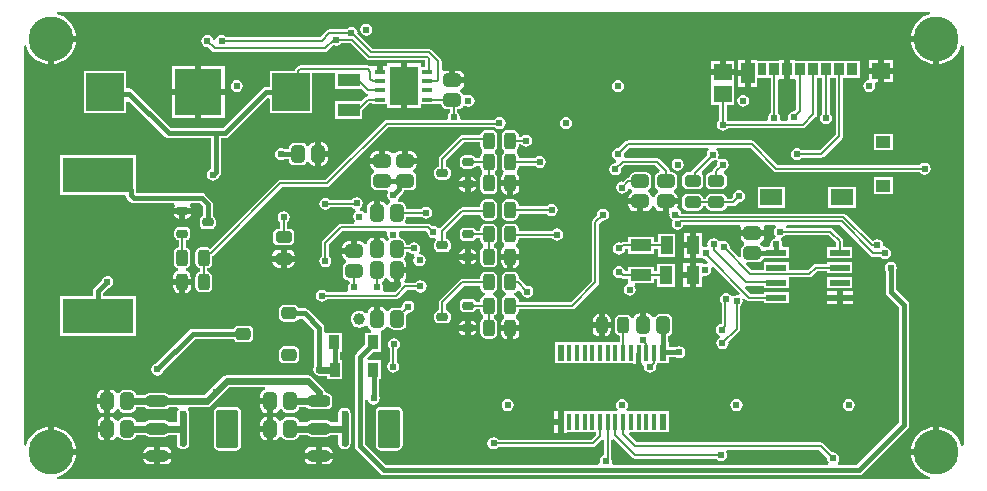
<source format=gbl>
G04*
G04 #@! TF.GenerationSoftware,Altium Limited,Altium Designer,20.1.8 (145)*
G04*
G04 Layer_Physical_Order=4*
G04 Layer_Color=16711680*
%FSLAX25Y25*%
%MOIN*%
G70*
G04*
G04 #@! TF.SameCoordinates,34700BE4-7B1B-4339-AD5F-997C77E8816B*
G04*
G04*
G04 #@! TF.FilePolarity,Positive*
G04*
G01*
G75*
%ADD17C,0.00800*%
%ADD55C,0.01800*%
%ADD57C,0.02400*%
%ADD58C,0.15000*%
%ADD59C,0.02400*%
%ADD60C,0.03937*%
G04:AMPARAMS|DCode=67|XSize=38.98mil|YSize=54.33mil|CornerRadius=9.94mil|HoleSize=0mil|Usage=FLASHONLY|Rotation=270.000|XOffset=0mil|YOffset=0mil|HoleType=Round|Shape=RoundedRectangle|*
%AMROUNDEDRECTD67*
21,1,0.03898,0.03445,0,0,270.0*
21,1,0.01910,0.05433,0,0,270.0*
1,1,0.01988,-0.01723,-0.00955*
1,1,0.01988,-0.01723,0.00955*
1,1,0.01988,0.01723,0.00955*
1,1,0.01988,0.01723,-0.00955*
%
%ADD67ROUNDEDRECTD67*%
G04:AMPARAMS|DCode=68|XSize=37.8mil|YSize=27.95mil|CornerRadius=7.13mil|HoleSize=0mil|Usage=FLASHONLY|Rotation=0.000|XOffset=0mil|YOffset=0mil|HoleType=Round|Shape=RoundedRectangle|*
%AMROUNDEDRECTD68*
21,1,0.03780,0.01370,0,0,0.0*
21,1,0.02354,0.02795,0,0,0.0*
1,1,0.01426,0.01177,-0.00685*
1,1,0.01426,-0.01177,-0.00685*
1,1,0.01426,-0.01177,0.00685*
1,1,0.01426,0.01177,0.00685*
%
%ADD68ROUNDEDRECTD68*%
%ADD69R,0.07480X0.04331*%
%ADD70R,0.03740X0.01378*%
%ADD71R,0.09252X0.12795*%
G04:AMPARAMS|DCode=72|XSize=38.98mil|YSize=54.33mil|CornerRadius=9.94mil|HoleSize=0mil|Usage=FLASHONLY|Rotation=0.000|XOffset=0mil|YOffset=0mil|HoleType=Round|Shape=RoundedRectangle|*
%AMROUNDEDRECTD72*
21,1,0.03898,0.03445,0,0,0.0*
21,1,0.01910,0.05433,0,0,0.0*
1,1,0.01988,0.00955,-0.01723*
1,1,0.01988,-0.00955,-0.01723*
1,1,0.01988,-0.00955,0.01723*
1,1,0.01988,0.00955,0.01723*
%
%ADD72ROUNDEDRECTD72*%
G04:AMPARAMS|DCode=73|XSize=39.37mil|YSize=51.18mil|CornerRadius=9.84mil|HoleSize=0mil|Usage=FLASHONLY|Rotation=270.000|XOffset=0mil|YOffset=0mil|HoleType=Round|Shape=RoundedRectangle|*
%AMROUNDEDRECTD73*
21,1,0.03937,0.03150,0,0,270.0*
21,1,0.01968,0.05118,0,0,270.0*
1,1,0.01968,-0.01575,-0.00984*
1,1,0.01968,-0.01575,0.00984*
1,1,0.01968,0.01575,0.00984*
1,1,0.01968,0.01575,-0.00984*
%
%ADD73ROUNDEDRECTD73*%
%ADD74R,0.03583X0.04803*%
G04:AMPARAMS|DCode=75|XSize=43.7mil|YSize=57.87mil|CornerRadius=9.83mil|HoleSize=0mil|Usage=FLASHONLY|Rotation=90.000|XOffset=0mil|YOffset=0mil|HoleType=Round|Shape=RoundedRectangle|*
%AMROUNDEDRECTD75*
21,1,0.04370,0.03821,0,0,90.0*
21,1,0.02404,0.05787,0,0,90.0*
1,1,0.01967,0.01910,0.01202*
1,1,0.01967,0.01910,-0.01202*
1,1,0.01967,-0.01910,-0.01202*
1,1,0.01967,-0.01910,0.01202*
%
%ADD75ROUNDEDRECTD75*%
%ADD76R,0.02362X0.05315*%
%ADD77R,0.01575X0.05315*%
%ADD78R,0.06634X0.02134*%
%ADD79R,0.12520X0.12520*%
%ADD80R,0.15590X0.15590*%
%ADD81R,0.07480X0.05315*%
%ADD82R,0.04724X0.03937*%
%ADD83R,0.03347X0.04331*%
%ADD84R,0.02953X0.04331*%
%ADD85R,0.04606X0.07087*%
%ADD86R,0.06102X0.05315*%
%ADD87R,0.05906X0.05512*%
G04:AMPARAMS|DCode=88|XSize=73.62mil|YSize=37.4mil|CornerRadius=9.54mil|HoleSize=0mil|Usage=FLASHONLY|Rotation=180.000|XOffset=0mil|YOffset=0mil|HoleType=Round|Shape=RoundedRectangle|*
%AMROUNDEDRECTD88*
21,1,0.07362,0.01833,0,0,180.0*
21,1,0.05455,0.03740,0,0,180.0*
1,1,0.01907,-0.02727,0.00916*
1,1,0.01907,0.02727,0.00916*
1,1,0.01907,0.02727,-0.00916*
1,1,0.01907,-0.02727,-0.00916*
%
%ADD88ROUNDEDRECTD88*%
G04:AMPARAMS|DCode=89|XSize=43.7mil|YSize=57.87mil|CornerRadius=9.83mil|HoleSize=0mil|Usage=FLASHONLY|Rotation=0.000|XOffset=0mil|YOffset=0mil|HoleType=Round|Shape=RoundedRectangle|*
%AMROUNDEDRECTD89*
21,1,0.04370,0.03821,0,0,0.0*
21,1,0.02404,0.05787,0,0,0.0*
1,1,0.01967,0.01202,-0.01910*
1,1,0.01967,-0.01202,-0.01910*
1,1,0.01967,-0.01202,0.01910*
1,1,0.01967,0.01202,0.01910*
%
%ADD89ROUNDEDRECTD89*%
%ADD90R,0.04134X0.06102*%
%ADD91R,0.23622X0.11811*%
G04:AMPARAMS|DCode=92|XSize=73.62mil|YSize=129.92mil|CornerRadius=9.57mil|HoleSize=0mil|Usage=FLASHONLY|Rotation=0.000|XOffset=0mil|YOffset=0mil|HoleType=Round|Shape=RoundedRectangle|*
%AMROUNDEDRECTD92*
21,1,0.07362,0.11078,0,0,0.0*
21,1,0.05448,0.12992,0,0,0.0*
1,1,0.01914,0.02724,-0.05539*
1,1,0.01914,-0.02724,-0.05539*
1,1,0.01914,-0.02724,0.05539*
1,1,0.01914,0.02724,0.05539*
%
%ADD92ROUNDEDRECTD92*%
%ADD93R,0.07087X0.03937*%
G36*
X302999Y155877D02*
X301850Y155529D01*
X300373Y154739D01*
X299079Y153677D01*
X298016Y152383D01*
X297227Y150906D01*
X296741Y149304D01*
X296675Y148638D01*
X305118D01*
Y147638D01*
X306118D01*
Y139195D01*
X306784Y139261D01*
X308387Y139747D01*
X309863Y140536D01*
X311158Y141598D01*
X312220Y142893D01*
X313009Y144369D01*
X313358Y145519D01*
X314158Y145400D01*
Y12080D01*
X313358Y11961D01*
X313009Y13111D01*
X312220Y14588D01*
X311158Y15882D01*
X309863Y16944D01*
X308387Y17733D01*
X306784Y18219D01*
X306118Y18285D01*
Y9843D01*
X305118D01*
Y8843D01*
X296675D01*
X296741Y8176D01*
X297227Y6574D01*
X298016Y5097D01*
X299079Y3803D01*
X300373Y2741D01*
X301850Y1952D01*
X302999Y1603D01*
X302881Y803D01*
X12080D01*
X11961Y1603D01*
X13111Y1952D01*
X14588Y2741D01*
X15882Y3803D01*
X16944Y5097D01*
X17733Y6574D01*
X18219Y8176D01*
X18285Y8843D01*
X9843D01*
Y9843D01*
X8843D01*
Y18285D01*
X8176Y18219D01*
X6574Y17733D01*
X5097Y16944D01*
X3803Y15882D01*
X2741Y14588D01*
X1952Y13111D01*
X1603Y11961D01*
X803Y12080D01*
Y145400D01*
X1603Y145519D01*
X1952Y144369D01*
X2741Y142893D01*
X3803Y141598D01*
X5097Y140536D01*
X6574Y139747D01*
X8176Y139261D01*
X8843Y139195D01*
Y147638D01*
X9843D01*
Y148638D01*
X18285D01*
X18219Y149304D01*
X17733Y150906D01*
X16944Y152383D01*
X15882Y153677D01*
X14588Y154739D01*
X13111Y155529D01*
X11961Y155877D01*
X12080Y156677D01*
X302881D01*
X302999Y155877D01*
D02*
G37*
%LPC*%
G36*
X110108Y151599D02*
X109333Y151444D01*
X108676Y151005D01*
X108527Y150783D01*
X102788D01*
X102788Y150783D01*
X102325Y150691D01*
X101932Y150428D01*
X99661Y148156D01*
X68480D01*
X68332Y148379D01*
X67674Y148818D01*
X66899Y148972D01*
X66123Y148818D01*
X65466Y148379D01*
X65027Y147721D01*
X64136Y147345D01*
X64012Y147412D01*
X63957Y147686D01*
X63518Y148343D01*
X62861Y148782D01*
X62085Y148936D01*
X61310Y148782D01*
X60652Y148343D01*
X60213Y147686D01*
X60059Y146910D01*
X60213Y146135D01*
X60652Y145477D01*
X61310Y145038D01*
X62085Y144884D01*
X62347Y144936D01*
X63725Y143558D01*
X64118Y143296D01*
X64581Y143203D01*
X64581Y143203D01*
X101250D01*
X101250Y143203D01*
X101714Y143296D01*
X102106Y143558D01*
X104144Y145596D01*
X104298Y145492D01*
X105073Y145338D01*
X105849Y145492D01*
X106506Y145931D01*
X106655Y146154D01*
X109901D01*
X115178Y140876D01*
X115571Y140614D01*
X116034Y140522D01*
X116034Y140522D01*
X134627D01*
Y138208D01*
X133213D01*
Y139405D01*
X128587D01*
Y132007D01*
Y124610D01*
X133213D01*
Y125807D01*
X138118D01*
Y126061D01*
X140066D01*
Y125884D01*
X140204Y125194D01*
X140595Y124608D01*
X141181Y124216D01*
X141872Y124079D01*
X142948D01*
Y123114D01*
X142760Y122988D01*
X142321Y122331D01*
X142167Y121555D01*
X142204Y121366D01*
X141575Y120566D01*
X121863D01*
X121863Y120566D01*
X121400Y120474D01*
X121007Y120211D01*
X121007Y120211D01*
X101416Y100620D01*
X86417D01*
X86417Y100620D01*
X85954Y100528D01*
X85561Y100266D01*
X85561Y100266D01*
X62995Y77700D01*
X62536Y78007D01*
X61841Y78145D01*
X59931D01*
X59236Y78007D01*
X58647Y77613D01*
X58253Y77024D01*
X58115Y76329D01*
Y72884D01*
X58253Y72189D01*
X58647Y71599D01*
X59236Y71206D01*
X59675Y71118D01*
Y70122D01*
X59236Y70034D01*
X58647Y69641D01*
X58253Y69051D01*
X58115Y68357D01*
Y64911D01*
X58253Y64216D01*
X58647Y63627D01*
X59236Y63233D01*
X59931Y63095D01*
X61841D01*
X62536Y63233D01*
X63125Y63627D01*
X63519Y64216D01*
X63657Y64911D01*
Y68357D01*
X63519Y69051D01*
X63125Y69641D01*
X62536Y70034D01*
X62097Y70122D01*
Y71118D01*
X62536Y71206D01*
X63125Y71599D01*
X63519Y72189D01*
X63657Y72884D01*
Y75185D01*
X63803Y75214D01*
X64196Y75476D01*
X86919Y98199D01*
X101917D01*
X101917Y98199D01*
X102381Y98291D01*
X102773Y98553D01*
X122364Y118145D01*
X158030D01*
X158673Y117715D01*
X159449Y117560D01*
X160224Y117715D01*
X160882Y118154D01*
X161321Y118811D01*
X161475Y119587D01*
X161321Y120362D01*
X160882Y121019D01*
X160224Y121459D01*
X159449Y121613D01*
X158673Y121459D01*
X158016Y121019D01*
X157713Y120566D01*
X146811D01*
X146182Y121366D01*
X146219Y121555D01*
X146065Y122331D01*
X145626Y122988D01*
X145370Y123159D01*
Y124079D01*
X145693D01*
X146383Y124216D01*
X146969Y124608D01*
X147208Y124965D01*
X147398Y125194D01*
X148179Y125205D01*
X148340Y125098D01*
X149115Y124943D01*
X149891Y125098D01*
X150548Y125537D01*
X150988Y126194D01*
X151142Y126970D01*
X150988Y127745D01*
X150548Y128402D01*
X149891Y128842D01*
X149115Y128996D01*
X148340Y128842D01*
X148220Y128761D01*
X147361Y128979D01*
X146969Y129564D01*
X146475Y129895D01*
X146448Y130331D01*
X146519Y130745D01*
X147122Y131148D01*
X147561Y131804D01*
X147715Y132577D01*
Y132779D01*
X143782D01*
Y133779D01*
X142782D01*
Y137003D01*
X141872D01*
X141098Y136849D01*
X141018Y136796D01*
X140218Y137223D01*
Y140074D01*
X140218Y140074D01*
X140126Y140537D01*
X139863Y140930D01*
X136799Y143995D01*
X136406Y144257D01*
X135943Y144349D01*
X135943Y144349D01*
X117185D01*
X112106Y149428D01*
X112135Y149572D01*
X111981Y150348D01*
X111541Y151005D01*
X110884Y151444D01*
X110108Y151599D01*
D02*
G37*
G36*
X115032Y152692D02*
X114256Y152538D01*
X113599Y152099D01*
X113159Y151441D01*
X113005Y150666D01*
X113159Y149890D01*
X113599Y149233D01*
X114256Y148794D01*
X115032Y148640D01*
X115807Y148794D01*
X116464Y149233D01*
X116904Y149890D01*
X117058Y150666D01*
X116904Y151441D01*
X116464Y152099D01*
X115807Y152538D01*
X115032Y152692D01*
D02*
G37*
G36*
X18285Y146638D02*
X10842D01*
Y139195D01*
X11509Y139261D01*
X13111Y139747D01*
X14588Y140536D01*
X15882Y141598D01*
X16944Y142893D01*
X17733Y144369D01*
X18219Y145972D01*
X18285Y146638D01*
D02*
G37*
G36*
X304118D02*
X296675D01*
X296741Y145972D01*
X297227Y144369D01*
X298016Y142893D01*
X299079Y141598D01*
X300373Y140536D01*
X301850Y139747D01*
X303452Y139261D01*
X304118Y139195D01*
Y146638D01*
D02*
G37*
G36*
X290754Y140616D02*
X287703D01*
Y137959D01*
X290754D01*
Y140616D01*
D02*
G37*
G36*
X285703D02*
X282652D01*
Y137959D01*
X285703D01*
Y140616D01*
D02*
G37*
G36*
X237781Y140370D02*
X234828D01*
Y137614D01*
X237781D01*
Y140370D01*
D02*
G37*
G36*
X232828D02*
X229875D01*
Y137614D01*
X232828D01*
Y140370D01*
D02*
G37*
G36*
X241136Y140616D02*
X238833D01*
Y137073D01*
X241136D01*
Y140616D01*
D02*
G37*
G36*
X126587Y139405D02*
X121961D01*
Y138421D01*
X120713D01*
Y136732D01*
X118713D01*
Y138421D01*
X116843D01*
X116843Y138421D01*
X116126Y138620D01*
X115958Y138732D01*
X115495Y138824D01*
X115495Y138824D01*
X93073D01*
X93073Y138824D01*
X92609Y138732D01*
X92217Y138470D01*
X92217Y138469D01*
X91516Y137769D01*
X91253Y137376D01*
X91172Y136969D01*
X82992D01*
Y131642D01*
X81693D01*
X81034Y131511D01*
X80476Y131138D01*
X67201Y117862D01*
X49925D01*
X37193Y130595D01*
X36635Y130967D01*
X35976Y131098D01*
X35118D01*
Y136969D01*
X21024D01*
Y122874D01*
X35118D01*
Y126672D01*
X35918Y127003D01*
X47996Y114925D01*
X48554Y114552D01*
X49213Y114421D01*
X63240D01*
Y104242D01*
X63201Y104234D01*
X62543Y103795D01*
X62104Y103138D01*
X61950Y102362D01*
X62104Y101587D01*
X62543Y100929D01*
X63201Y100490D01*
X63976Y100336D01*
X64752Y100490D01*
X65409Y100929D01*
X65848Y101587D01*
X65902Y101854D01*
X66177Y102130D01*
X66550Y102688D01*
X66681Y103347D01*
Y114421D01*
X67913D01*
X68572Y114552D01*
X69130Y114925D01*
X82192Y127987D01*
X82992Y127685D01*
Y122874D01*
X97087D01*
Y136403D01*
X104724D01*
Y130905D01*
X113544D01*
X114873Y129577D01*
X114873Y129577D01*
X115266Y129314D01*
X115505Y129267D01*
X115570Y128494D01*
X115570Y128494D01*
X115107Y128402D01*
X114714Y128139D01*
X114714Y128139D01*
X113544Y126969D01*
X104724D01*
Y121063D01*
X113779D01*
Y123780D01*
X116072Y126072D01*
X117055D01*
Y125807D01*
X121961D01*
Y124610D01*
X126587D01*
Y132007D01*
Y139405D01*
D02*
G37*
G36*
X145693Y137003D02*
X144782D01*
Y134779D01*
X147715D01*
Y134981D01*
X147561Y135755D01*
X147122Y136411D01*
X146466Y136849D01*
X145693Y137003D01*
D02*
G37*
G36*
X258037Y140616D02*
X256364D01*
Y137451D01*
Y134285D01*
X258037D01*
X258466Y133663D01*
Y124078D01*
X257844Y123456D01*
X257582Y123508D01*
X256806Y123354D01*
X256149Y122915D01*
X255710Y122258D01*
X255556Y121482D01*
X255655Y120984D01*
X255170Y120184D01*
X253534D01*
X252987Y120984D01*
X253059Y121349D01*
X252905Y122125D01*
X252466Y122782D01*
X252244Y122930D01*
Y133671D01*
X252691Y134285D01*
X254364D01*
Y137451D01*
Y140616D01*
X252691D01*
Y140403D01*
X245439D01*
Y140616D01*
X243136D01*
Y136073D01*
Y131529D01*
X245439D01*
Y134498D01*
X249822D01*
Y122930D01*
X249600Y122782D01*
X249161Y122125D01*
X249007Y121349D01*
X249079Y120984D01*
X248532Y120184D01*
X235574D01*
X235425Y120406D01*
X235203Y120555D01*
Y125591D01*
X237568D01*
Y132146D01*
X237781Y132858D01*
X237781Y133389D01*
Y135614D01*
X229875D01*
Y133389D01*
X229875Y132858D01*
X230088Y132146D01*
Y125591D01*
X232782D01*
Y120555D01*
X232560Y120406D01*
X232120Y119749D01*
X231966Y118973D01*
X232120Y118198D01*
X232560Y117541D01*
X233217Y117101D01*
X233992Y116947D01*
X234768Y117101D01*
X235425Y117541D01*
X235574Y117763D01*
X260558D01*
X260558Y117763D01*
X261022Y117855D01*
X261414Y118117D01*
X264882Y121584D01*
X264882Y121584D01*
X265144Y121977D01*
X265236Y122441D01*
Y134498D01*
X267056D01*
Y122768D01*
X266834Y122619D01*
X266394Y121962D01*
X266240Y121186D01*
X266394Y120411D01*
X266834Y119754D01*
X267491Y119314D01*
X268267Y119160D01*
X269042Y119314D01*
X269699Y119754D01*
X270139Y120411D01*
X270293Y121186D01*
X270139Y121962D01*
X269699Y122619D01*
X269477Y122768D01*
Y134498D01*
X271476D01*
Y115708D01*
X266231Y110463D01*
X260224D01*
X260076Y110685D01*
X259418Y111124D01*
X258643Y111278D01*
X257867Y111124D01*
X257210Y110685D01*
X256771Y110027D01*
X256616Y109252D01*
X256771Y108476D01*
X257210Y107819D01*
X257867Y107380D01*
X258643Y107226D01*
X259418Y107380D01*
X260076Y107819D01*
X260224Y108041D01*
X266732D01*
X266732Y108041D01*
X267196Y108133D01*
X267588Y108396D01*
X273543Y114351D01*
X273543Y114351D01*
X273805Y114743D01*
X273898Y115207D01*
X273898Y115207D01*
Y134498D01*
X279478D01*
Y140403D01*
X258037D01*
Y140616D01*
D02*
G37*
G36*
X290754Y135959D02*
X287703D01*
Y133301D01*
X290754D01*
Y135959D01*
D02*
G37*
G36*
X241136Y135073D02*
X238833D01*
Y131529D01*
X241136D01*
Y135073D01*
D02*
G37*
G36*
X67850Y138716D02*
X60055D01*
Y130921D01*
X67850D01*
Y138716D01*
D02*
G37*
G36*
X58055D02*
X50260D01*
Y130921D01*
X58055D01*
Y138716D01*
D02*
G37*
G36*
X285703Y135959D02*
X282652D01*
Y133909D01*
X281912Y133762D01*
X281255Y133323D01*
X280815Y132665D01*
X280661Y131890D01*
X280815Y131114D01*
X281255Y130457D01*
X281912Y130018D01*
X282687Y129863D01*
X283463Y130018D01*
X284120Y130457D01*
X284560Y131114D01*
X284714Y131890D01*
X284592Y132501D01*
X285023Y133301D01*
X285703D01*
Y135959D01*
D02*
G37*
G36*
X198967Y133916D02*
X198192Y133762D01*
X197534Y133323D01*
X197095Y132665D01*
X196941Y131890D01*
X197095Y131114D01*
X197534Y130457D01*
X198192Y130018D01*
X198967Y129863D01*
X199742Y130018D01*
X200400Y130457D01*
X200839Y131114D01*
X200993Y131890D01*
X200839Y132665D01*
X200400Y133323D01*
X199742Y133762D01*
X198967Y133916D01*
D02*
G37*
G36*
X71902D02*
X71126Y133762D01*
X70469Y133323D01*
X70030Y132665D01*
X69875Y131890D01*
X70030Y131114D01*
X70469Y130457D01*
X71126Y130018D01*
X71902Y129863D01*
X72677Y130018D01*
X73335Y130457D01*
X73774Y131114D01*
X73928Y131890D01*
X73774Y132665D01*
X73335Y133323D01*
X72677Y133762D01*
X71902Y133916D01*
D02*
G37*
G36*
X240685Y128995D02*
X239909Y128841D01*
X239252Y128401D01*
X238813Y127744D01*
X238658Y126969D01*
X238813Y126193D01*
X239252Y125536D01*
X239909Y125096D01*
X240685Y124942D01*
X241460Y125096D01*
X242118Y125536D01*
X242557Y126193D01*
X242711Y126969D01*
X242557Y127744D01*
X242118Y128401D01*
X241460Y128841D01*
X240685Y128995D01*
D02*
G37*
G36*
X67850Y128921D02*
X60055D01*
Y121126D01*
X67850D01*
Y128921D01*
D02*
G37*
G36*
X58055D02*
X50260D01*
Y121126D01*
X58055D01*
Y128921D01*
D02*
G37*
G36*
X181595Y121613D02*
X180819Y121459D01*
X180162Y121019D01*
X179722Y120362D01*
X179568Y119587D01*
X179722Y118811D01*
X180162Y118154D01*
X180819Y117715D01*
X181595Y117560D01*
X182370Y117715D01*
X183027Y118154D01*
X183467Y118811D01*
X183621Y119587D01*
X183467Y120362D01*
X183027Y121019D01*
X182370Y121459D01*
X181595Y121613D01*
D02*
G37*
G36*
X156801Y117220D02*
X154892D01*
X154197Y117082D01*
X153607Y116688D01*
X153214Y116099D01*
X153102Y115538D01*
X147052D01*
X147052Y115538D01*
X146588Y115446D01*
X146196Y115183D01*
X139597Y108584D01*
X139334Y108192D01*
X139242Y107728D01*
X139242Y107728D01*
Y105062D01*
X138690Y104952D01*
X138194Y104621D01*
X137863Y104124D01*
X137746Y103539D01*
Y102170D01*
X137863Y101584D01*
X138194Y101088D01*
X138690Y100756D01*
X139276Y100640D01*
X141630D01*
X142215Y100756D01*
X142711Y101088D01*
X143043Y101584D01*
X143159Y102170D01*
Y103539D01*
X143043Y104124D01*
X142711Y104621D01*
X142215Y104952D01*
X141663Y105062D01*
Y107227D01*
X147553Y113117D01*
X153075D01*
Y111959D01*
X153214Y111263D01*
X153607Y110674D01*
X153690Y110619D01*
Y109657D01*
X153607Y109601D01*
X153214Y109012D01*
X153075Y108317D01*
Y107805D01*
X151519D01*
X151507Y107865D01*
X151176Y108361D01*
X150680Y108693D01*
X150094Y108809D01*
X147740D01*
X147155Y108693D01*
X146659Y108361D01*
X146327Y107865D01*
X146211Y107279D01*
Y105910D01*
X146327Y105324D01*
X146659Y104828D01*
X147155Y104497D01*
X147740Y104380D01*
X150094D01*
X150680Y104497D01*
X151176Y104828D01*
X151507Y105324D01*
X151519Y105384D01*
X153075D01*
Y104872D01*
X153214Y104177D01*
X153607Y103588D01*
X153770Y103479D01*
Y102525D01*
X153607Y102416D01*
X153214Y101827D01*
X153075Y101132D01*
Y97687D01*
X153214Y96992D01*
X153607Y96403D01*
X154197Y96009D01*
X154892Y95871D01*
X156801D01*
X157496Y96009D01*
X158086Y96403D01*
X158479Y96992D01*
X158618Y97687D01*
Y101132D01*
X158479Y101827D01*
X158086Y102416D01*
X157923Y102525D01*
Y103479D01*
X158086Y103588D01*
X158479Y104177D01*
X158618Y104872D01*
Y108317D01*
X158479Y109012D01*
X158086Y109601D01*
X158003Y109657D01*
Y110619D01*
X158086Y110674D01*
X158479Y111263D01*
X158618Y111959D01*
Y115404D01*
X158479Y116099D01*
X158086Y116688D01*
X157496Y117082D01*
X156801Y117220D01*
D02*
G37*
G36*
X98016Y113184D02*
X97814D01*
X97040Y113031D01*
X96384Y112592D01*
X95981Y111989D01*
X95568Y111918D01*
X95132Y111944D01*
X94801Y112439D01*
X94216Y112830D01*
X93525Y112968D01*
X91121D01*
X90430Y112830D01*
X89845Y112439D01*
X89453Y111853D01*
X89316Y111162D01*
Y110972D01*
X87616D01*
X87390Y111124D01*
X86614Y111278D01*
X85839Y111124D01*
X85181Y110685D01*
X84742Y110027D01*
X84588Y109252D01*
X84742Y108476D01*
X85181Y107819D01*
X85839Y107380D01*
X86614Y107226D01*
X87390Y107380D01*
X87616Y107531D01*
X89316D01*
Y107342D01*
X89453Y106651D01*
X89845Y106065D01*
X90430Y105674D01*
X91121Y105536D01*
X93525D01*
X94216Y105674D01*
X94801Y106065D01*
X95132Y106560D01*
X95568Y106586D01*
X95981Y106515D01*
X96384Y105912D01*
X97040Y105473D01*
X97814Y105319D01*
X98016D01*
Y109252D01*
Y113184D01*
D02*
G37*
G36*
X164006Y117220D02*
X162096D01*
X161401Y117082D01*
X160812Y116688D01*
X160418Y116099D01*
X160280Y115404D01*
Y111959D01*
X160418Y111263D01*
X160812Y110674D01*
X160895Y110619D01*
Y109657D01*
X160812Y109601D01*
X160418Y109012D01*
X160280Y108317D01*
Y104872D01*
X160418Y104177D01*
X160812Y103588D01*
X160777Y102649D01*
X160659Y102570D01*
X160218Y101910D01*
X160063Y101132D01*
Y100409D01*
X166039D01*
Y101132D01*
X165884Y101910D01*
X165444Y102570D01*
X165325Y102649D01*
X165290Y103588D01*
X165684Y104177D01*
X165822Y104872D01*
Y105384D01*
X171320D01*
X171468Y105162D01*
X172125Y104722D01*
X172901Y104568D01*
X173676Y104722D01*
X174334Y105162D01*
X174773Y105819D01*
X174927Y106595D01*
X174773Y107370D01*
X174334Y108027D01*
X173676Y108467D01*
X172901Y108621D01*
X172125Y108467D01*
X171468Y108027D01*
X171320Y107805D01*
X165822D01*
Y108317D01*
X165684Y109012D01*
X165290Y109601D01*
X165208Y109657D01*
Y110619D01*
X165290Y110674D01*
X165684Y111263D01*
X165822Y111959D01*
Y112470D01*
X166720D01*
X166869Y112248D01*
X167526Y111809D01*
X168301Y111655D01*
X169077Y111809D01*
X169734Y112248D01*
X170174Y112906D01*
X170328Y113681D01*
X170174Y114456D01*
X169734Y115114D01*
X169077Y115553D01*
X168301Y115707D01*
X167526Y115553D01*
X166869Y115114D01*
X166720Y114892D01*
X165822D01*
Y115404D01*
X165684Y116099D01*
X165290Y116688D01*
X164701Y117082D01*
X164006Y117220D01*
D02*
G37*
G36*
X290541Y115994D02*
X284242D01*
Y110482D01*
X290541D01*
Y115994D01*
D02*
G37*
G36*
X100217Y113184D02*
X100016D01*
Y110252D01*
X102240D01*
Y111162D01*
X102086Y111936D01*
X101647Y112592D01*
X100991Y113031D01*
X100217Y113184D01*
D02*
G37*
G36*
X126953Y110182D02*
X126042D01*
X125268Y110028D01*
X124612Y109589D01*
X123663D01*
X123007Y110028D01*
X122233Y110182D01*
X121323D01*
Y106958D01*
X120323D01*
Y105958D01*
X116390D01*
Y105756D01*
X116544Y104982D01*
X116983Y104326D01*
X117586Y103923D01*
X117657Y103510D01*
X117631Y103074D01*
X117136Y102743D01*
X116744Y102158D01*
X116607Y101467D01*
Y99063D01*
X116744Y98372D01*
X117136Y97786D01*
X117721Y97395D01*
X118412Y97258D01*
X121856D01*
X122303Y96487D01*
X122144Y96248D01*
X121989Y95472D01*
X122144Y94697D01*
X122583Y94040D01*
X122919Y93815D01*
X122954Y92905D01*
X122953Y92903D01*
X122719Y92747D01*
X122388Y92252D01*
X121952Y92226D01*
X121538Y92297D01*
X121135Y92900D01*
X120480Y93338D01*
X119706Y93492D01*
X119504D01*
Y89560D01*
X117504D01*
Y93492D01*
X117302D01*
X116528Y93338D01*
X115872Y92900D01*
X115434Y92244D01*
X115280Y91470D01*
Y89431D01*
X114480Y89260D01*
X114155Y89746D01*
X113498Y90186D01*
X113095Y90266D01*
X112926Y91115D01*
X113244Y91328D01*
X113683Y91985D01*
X113837Y92760D01*
X113683Y93536D01*
X113244Y94193D01*
X112586Y94633D01*
X111811Y94787D01*
X111036Y94633D01*
X110378Y94193D01*
X110136Y93831D01*
X102959D01*
X102811Y94054D01*
X102153Y94493D01*
X101378Y94647D01*
X100602Y94493D01*
X99945Y94054D01*
X99506Y93396D01*
X99352Y92621D01*
X99506Y91845D01*
X99945Y91188D01*
X100602Y90749D01*
X101378Y90594D01*
X102153Y90749D01*
X102811Y91188D01*
X102959Y91410D01*
X110323D01*
X110378Y91328D01*
X111036Y90888D01*
X111438Y90808D01*
X111607Y89959D01*
X111290Y89746D01*
X110850Y89089D01*
X110696Y88314D01*
X110850Y87538D01*
X111290Y86881D01*
X111354Y86838D01*
X111111Y86038D01*
X106603D01*
X106603Y86038D01*
X106139Y85945D01*
X105746Y85683D01*
X105746Y85683D01*
X100522Y80458D01*
X100259Y80066D01*
X100167Y79602D01*
X100167Y79602D01*
Y75113D01*
X99945Y74964D01*
X99506Y74307D01*
X99352Y73532D01*
X99506Y72756D01*
X99945Y72099D01*
X100602Y71659D01*
X101378Y71505D01*
X102153Y71659D01*
X102811Y72099D01*
X103250Y72756D01*
X103404Y73532D01*
X103250Y74307D01*
X102811Y74964D01*
X102589Y75113D01*
Y79101D01*
X107104Y83616D01*
X121693D01*
X122115Y82816D01*
X121989Y82185D01*
X122144Y81410D01*
X122518Y80849D01*
X122273Y80265D01*
X121471Y80270D01*
X121135Y80772D01*
X120480Y81210D01*
X119706Y81364D01*
X119504D01*
Y77432D01*
X117504D01*
Y81364D01*
X117302D01*
X116528Y81210D01*
X115872Y80772D01*
X115434Y80116D01*
X115291Y79399D01*
X115139Y79312D01*
X114480Y79173D01*
X114266Y79494D01*
X113610Y79933D01*
X112836Y80087D01*
X111925D01*
Y76863D01*
X110925D01*
Y75863D01*
X106993D01*
Y75661D01*
X107147Y74887D01*
X107585Y74231D01*
X108188Y73828D01*
X108259Y73415D01*
X108233Y72979D01*
X107738Y72648D01*
X107347Y72062D01*
X107209Y71372D01*
Y68968D01*
X107347Y68277D01*
X107738Y67691D01*
X108324Y67300D01*
X109015Y67163D01*
X109112D01*
X109231Y67035D01*
X109492Y66264D01*
X109053Y65606D01*
X108899Y64831D01*
X109053Y64055D01*
X109078Y64018D01*
X108650Y63218D01*
X101877D01*
X101728Y63441D01*
X101071Y63880D01*
X100295Y64034D01*
X99520Y63880D01*
X98862Y63441D01*
X98423Y62783D01*
X98269Y62008D01*
X98423Y61232D01*
X98862Y60575D01*
X99520Y60136D01*
X100295Y59982D01*
X101071Y60136D01*
X101728Y60575D01*
X101877Y60797D01*
X125000D01*
X125000Y60797D01*
X125463Y60889D01*
X125856Y61152D01*
X128574Y63870D01*
X131535D01*
X131684Y63648D01*
X132341Y63208D01*
X133116Y63054D01*
X133892Y63208D01*
X134549Y63648D01*
X134989Y64305D01*
X135143Y65080D01*
X134989Y65856D01*
X134549Y66513D01*
X133892Y66952D01*
X133116Y67107D01*
X132341Y66952D01*
X131684Y66513D01*
X131535Y66291D01*
X128073D01*
X128072Y66291D01*
X127998Y66276D01*
X127686Y67030D01*
X127829Y67125D01*
X128267Y67781D01*
X128421Y68555D01*
Y69465D01*
X126197D01*
Y66533D01*
X126399D01*
X126457Y66544D01*
X126584Y66433D01*
X126625Y65345D01*
X124498Y63218D01*
X120976D01*
X120548Y64018D01*
X120573Y64055D01*
X120727Y64831D01*
X120573Y65606D01*
X120278Y66048D01*
X120370Y66695D01*
X120519Y66968D01*
X120982Y67278D01*
X121313Y67773D01*
X121749Y67799D01*
X122162Y67728D01*
X122565Y67125D01*
X123221Y66686D01*
X123995Y66533D01*
X124197D01*
Y70465D01*
X125197D01*
Y71465D01*
X128421D01*
Y72376D01*
X128267Y73149D01*
X128023Y73515D01*
X127675Y74245D01*
X128067Y74830D01*
X128204Y75521D01*
Y76545D01*
X129426D01*
X129574Y76323D01*
X130231Y75884D01*
X130863Y75758D01*
X130870Y75750D01*
X131130Y75272D01*
X131215Y74955D01*
X130952Y74562D01*
X130798Y73786D01*
X130952Y73011D01*
X131392Y72354D01*
X132049Y71914D01*
X132824Y71760D01*
X133600Y71914D01*
X134257Y72354D01*
X134696Y73011D01*
X134851Y73786D01*
X134696Y74562D01*
X134257Y75219D01*
X133600Y75659D01*
X132968Y75784D01*
X132961Y75792D01*
X132701Y76270D01*
X132616Y76587D01*
X132879Y76980D01*
X133033Y77756D01*
X132879Y78531D01*
X132440Y79189D01*
X131782Y79628D01*
X131007Y79782D01*
X130231Y79628D01*
X129574Y79189D01*
X129426Y78967D01*
X128204D01*
Y79342D01*
X128067Y80033D01*
X127675Y80619D01*
X127090Y81010D01*
X126582Y81111D01*
X126576Y81113D01*
X126191Y81558D01*
X125995Y81947D01*
X126042Y82185D01*
X125917Y82816D01*
X126339Y83616D01*
X134648D01*
X135355Y83222D01*
X135509Y82446D01*
X135949Y81789D01*
X136606Y81350D01*
X137381Y81195D01*
X137957Y81310D01*
X138269Y80556D01*
X138194Y80507D01*
X137863Y80010D01*
X137746Y79425D01*
Y78055D01*
X137863Y77470D01*
X138194Y76974D01*
X138690Y76642D01*
X139276Y76526D01*
X141630D01*
X142215Y76642D01*
X142711Y76974D01*
X143043Y77470D01*
X143159Y78055D01*
Y79425D01*
X143043Y80010D01*
X142711Y80507D01*
X142215Y80838D01*
X141663Y80948D01*
Y83113D01*
X147553Y89003D01*
X153075D01*
Y88828D01*
X153214Y88134D01*
X153607Y87544D01*
X154197Y87151D01*
X154892Y87012D01*
X156801D01*
X157496Y87151D01*
X158086Y87544D01*
X158479Y88134D01*
X158618Y88828D01*
Y92274D01*
X158479Y92969D01*
X158086Y93558D01*
X157496Y93952D01*
X156801Y94090D01*
X154892D01*
X154197Y93952D01*
X153607Y93558D01*
X153214Y92969D01*
X153075Y92274D01*
Y91424D01*
X147052D01*
X147052Y91424D01*
X146588Y91332D01*
X146196Y91069D01*
X139778Y84652D01*
X139008Y84609D01*
X138844Y84648D01*
X138775Y84681D01*
X138157Y85094D01*
X137381Y85248D01*
X137031Y85179D01*
X136527Y85683D01*
X136134Y85945D01*
X135671Y86038D01*
X135671Y86038D01*
X128413D01*
X127986Y86838D01*
X128067Y86958D01*
X128204Y87649D01*
Y88349D01*
X133456D01*
X133506Y88273D01*
X134164Y87833D01*
X134939Y87679D01*
X135715Y87833D01*
X136372Y88273D01*
X136811Y88930D01*
X136966Y89706D01*
X136811Y90481D01*
X136372Y91138D01*
X135715Y91578D01*
X134939Y91732D01*
X134164Y91578D01*
X133506Y91138D01*
X133260Y90770D01*
X128204D01*
Y91470D01*
X128067Y92161D01*
X127675Y92747D01*
X127090Y93138D01*
X126399Y93275D01*
X125745D01*
X125514Y93870D01*
X125472Y94075D01*
X125888Y94697D01*
X125941Y94965D01*
X127236Y96260D01*
X127609Y96818D01*
X127697Y97258D01*
X129863D01*
X130554Y97395D01*
X131140Y97786D01*
X131531Y98372D01*
X131669Y99063D01*
Y101467D01*
X131531Y102158D01*
X131140Y102743D01*
X130645Y103074D01*
X130619Y103510D01*
X130690Y103923D01*
X131293Y104326D01*
X131731Y104982D01*
X131885Y105756D01*
Y105958D01*
X127953D01*
Y106958D01*
X126953D01*
Y110182D01*
D02*
G37*
G36*
X129863D02*
X128953D01*
Y107958D01*
X131885D01*
Y108160D01*
X131731Y108933D01*
X131293Y109589D01*
X130637Y110028D01*
X129863Y110182D01*
D02*
G37*
G36*
X119323D02*
X118412D01*
X117639Y110028D01*
X116983Y109589D01*
X116544Y108933D01*
X116390Y108160D01*
Y107958D01*
X119323D01*
Y110182D01*
D02*
G37*
G36*
X102240Y108252D02*
X100016D01*
Y105319D01*
X100217D01*
X100991Y105473D01*
X101647Y105912D01*
X102086Y106568D01*
X102240Y107342D01*
Y108252D01*
D02*
G37*
G36*
X218835Y107670D02*
X218059Y107515D01*
X217402Y107076D01*
X216963Y106419D01*
X216808Y105643D01*
X216963Y104868D01*
X217402Y104210D01*
X218059Y103771D01*
X218835Y103617D01*
X219610Y103771D01*
X220267Y104210D01*
X220707Y104868D01*
X220861Y105643D01*
X220707Y106419D01*
X220267Y107076D01*
X219610Y107515D01*
X218835Y107670D01*
D02*
G37*
G36*
X243489Y113819D02*
X243489Y113819D01*
X202272D01*
X201809Y113727D01*
X201416Y113464D01*
X201416Y113464D01*
X199178Y111226D01*
X198916Y111278D01*
X198140Y111124D01*
X197483Y110685D01*
X197044Y110027D01*
X196889Y109252D01*
X197044Y108476D01*
X197483Y107819D01*
X198140Y107380D01*
X198337Y106553D01*
X198294Y106485D01*
X197975Y106158D01*
X197325Y106029D01*
X196667Y105590D01*
X196228Y104932D01*
X196074Y104157D01*
X196228Y103381D01*
X196667Y102724D01*
X197325Y102285D01*
X198100Y102130D01*
X198875Y102285D01*
X199533Y102724D01*
X199972Y103381D01*
X200126Y104157D01*
X200074Y104419D01*
X201088Y105433D01*
X211427D01*
X212982Y103877D01*
X212984Y103859D01*
X212694Y103035D01*
X212359Y102968D01*
X211774Y102577D01*
X211382Y101991D01*
X211245Y101300D01*
Y98897D01*
X211382Y98206D01*
X211774Y97620D01*
X212268Y97290D01*
X212295Y96853D01*
X212223Y96440D01*
X211620Y96037D01*
X211182Y95381D01*
X211087Y94903D01*
X210271D01*
X210176Y95381D01*
X209738Y96037D01*
X209135Y96440D01*
X209064Y96853D01*
X209090Y97290D01*
X209585Y97620D01*
X209976Y98206D01*
X210113Y98897D01*
Y101300D01*
X209976Y101991D01*
X209585Y102577D01*
X208999Y102968D01*
X208308Y103105D01*
X204487D01*
X203796Y102968D01*
X203211Y102577D01*
X202819Y101991D01*
X202805Y101919D01*
X202387Y101309D01*
X201924Y101217D01*
X201531Y100954D01*
X201531Y100954D01*
X200608Y100031D01*
X200346Y100084D01*
X199571Y99929D01*
X198913Y99490D01*
X198474Y98833D01*
X198320Y98057D01*
X198474Y97282D01*
X198913Y96624D01*
X199571Y96185D01*
X200346Y96031D01*
X201121Y96185D01*
X201779Y96624D01*
X202218Y97282D01*
X202277Y97578D01*
X203078Y97737D01*
X203192Y97648D01*
X203211Y97620D01*
X203332Y97539D01*
X203708Y97246D01*
X203732Y96853D01*
X203660Y96440D01*
X203057Y96037D01*
X202619Y95381D01*
X202465Y94607D01*
Y94406D01*
X206398D01*
Y93405D01*
X207398D01*
Y90182D01*
X208308D01*
X209082Y90336D01*
X209738Y90774D01*
X210176Y91430D01*
X210271Y91908D01*
X211087D01*
X211182Y91430D01*
X211620Y90774D01*
X212276Y90336D01*
X213050Y90182D01*
X213961D01*
Y93405D01*
X214961D01*
Y94406D01*
X218893D01*
Y94607D01*
X218739Y95381D01*
X218301Y96037D01*
X217698Y96440D01*
X217627Y96853D01*
X217653Y97290D01*
X218148Y97620D01*
X218539Y98206D01*
X218676Y98897D01*
Y101300D01*
X218539Y101991D01*
X218148Y102577D01*
X217562Y102968D01*
X216871Y103105D01*
X216171D01*
Y103611D01*
X216079Y104075D01*
X215817Y104467D01*
X215817Y104467D01*
X212785Y107500D01*
X212392Y107762D01*
X211929Y107854D01*
X211929Y107854D01*
X201334D01*
X201139Y108076D01*
X200823Y108654D01*
X200942Y109252D01*
X200890Y109514D01*
X202773Y111398D01*
X229095D01*
X229337Y110598D01*
X229070Y110419D01*
X228631Y109762D01*
X228477Y108986D01*
X228529Y108724D01*
X223695Y103891D01*
X223433Y103498D01*
X223359Y103125D01*
X222096D01*
X221401Y102987D01*
X220812Y102594D01*
X220418Y102004D01*
X220280Y101309D01*
Y99399D01*
X220418Y98704D01*
X220812Y98115D01*
X221401Y97721D01*
X222096Y97583D01*
X225541D01*
X226237Y97721D01*
X226826Y98115D01*
X227220Y98704D01*
X227358Y99399D01*
Y101309D01*
X227220Y102004D01*
X226826Y102594D01*
X226801Y103572D01*
X230241Y107012D01*
X230503Y106960D01*
X231279Y107114D01*
X231582Y107317D01*
X231604Y107331D01*
X232181Y106755D01*
X232165Y106731D01*
X231956Y106419D01*
X231802Y105643D01*
X231854Y105381D01*
X230935Y104463D01*
X230673Y104070D01*
X230581Y103606D01*
X230020Y103116D01*
X229374Y102987D01*
X228784Y102594D01*
X228391Y102004D01*
X228253Y101309D01*
Y99399D01*
X228391Y98704D01*
X228784Y98115D01*
X229374Y97721D01*
X230069Y97583D01*
X233514D01*
X234209Y97721D01*
X234798Y98115D01*
X235192Y98704D01*
X235330Y99399D01*
Y101309D01*
X235192Y102004D01*
X234798Y102594D01*
X234336Y102902D01*
X234332Y103422D01*
X234421Y103735D01*
X234604Y103771D01*
X235261Y104210D01*
X235700Y104868D01*
X235854Y105643D01*
X235700Y106419D01*
X235261Y107076D01*
X234604Y107515D01*
X233828Y107670D01*
X233053Y107515D01*
X232749Y107313D01*
X232728Y107298D01*
X232151Y107875D01*
X232167Y107898D01*
X232375Y108211D01*
X232530Y108986D01*
X232375Y109762D01*
X231936Y110419D01*
X231669Y110598D01*
X231912Y111398D01*
X242987D01*
X250910Y103475D01*
X250910Y103475D01*
X251303Y103212D01*
X251766Y103120D01*
X251766Y103120D01*
X299600D01*
X299748Y102898D01*
X300406Y102459D01*
X301181Y102304D01*
X301957Y102459D01*
X302614Y102898D01*
X303053Y103555D01*
X303207Y104331D01*
X303053Y105106D01*
X302614Y105764D01*
X301957Y106203D01*
X301181Y106357D01*
X300406Y106203D01*
X299748Y105764D01*
X299600Y105541D01*
X252268D01*
X244345Y113464D01*
X243952Y113727D01*
X243489Y113819D01*
D02*
G37*
G36*
X150094Y101545D02*
X149917D01*
Y100114D01*
X151778D01*
X151708Y100467D01*
X151329Y101034D01*
X150763Y101412D01*
X150094Y101545D01*
D02*
G37*
G36*
X147917D02*
X147740D01*
X147072Y101412D01*
X146505Y101034D01*
X146127Y100467D01*
X146057Y100114D01*
X147917D01*
Y101545D01*
D02*
G37*
G36*
X151778Y98114D02*
X149917D01*
Y96683D01*
X150094D01*
X150763Y96816D01*
X151329Y97194D01*
X151708Y97761D01*
X151778Y98114D01*
D02*
G37*
G36*
X147917D02*
X146057D01*
X146127Y97761D01*
X146505Y97194D01*
X147072Y96816D01*
X147740Y96683D01*
X147917D01*
Y98114D01*
D02*
G37*
G36*
X290541Y101427D02*
X284242D01*
Y95915D01*
X290541D01*
Y101427D01*
D02*
G37*
G36*
X166039Y98409D02*
X164051D01*
Y95663D01*
X164784Y95809D01*
X165444Y96249D01*
X165884Y96909D01*
X166039Y97687D01*
Y98409D01*
D02*
G37*
G36*
X162051D02*
X160063D01*
Y97687D01*
X160218Y96909D01*
X160659Y96249D01*
X161318Y95809D01*
X162051Y95663D01*
Y98409D01*
D02*
G37*
G36*
X239293Y97300D02*
X238517Y97145D01*
X237860Y96706D01*
X237421Y96049D01*
X237266Y95273D01*
X237329Y94958D01*
X236797Y94360D01*
X235279D01*
X235192Y94800D01*
X234798Y95389D01*
X234209Y95783D01*
X233514Y95921D01*
X230069D01*
X229374Y95783D01*
X228784Y95389D01*
X228391Y94800D01*
X228303Y94360D01*
X227307D01*
X227220Y94800D01*
X226826Y95389D01*
X226237Y95783D01*
X225541Y95921D01*
X222096D01*
X221401Y95783D01*
X220812Y95389D01*
X220418Y94800D01*
X220280Y94104D01*
Y92195D01*
X220418Y91500D01*
X220812Y90910D01*
X221401Y90517D01*
X222096Y90378D01*
X225541D01*
X226237Y90517D01*
X226826Y90910D01*
X227220Y91500D01*
X227307Y91939D01*
X228303D01*
X228391Y91500D01*
X228784Y90910D01*
X229374Y90517D01*
X230069Y90378D01*
X233514D01*
X234209Y90517D01*
X234798Y90910D01*
X235192Y91500D01*
X235279Y91939D01*
X237343D01*
X237343Y91939D01*
X237806Y92031D01*
X238199Y92294D01*
X239175Y93270D01*
X239293Y93247D01*
X240068Y93401D01*
X240726Y93841D01*
X241165Y94498D01*
X241319Y95273D01*
X241165Y96049D01*
X240726Y96706D01*
X240068Y97145D01*
X239293Y97300D01*
D02*
G37*
G36*
X278140Y98277D02*
X269085D01*
Y91388D01*
X278140D01*
Y98277D01*
D02*
G37*
G36*
X254636D02*
X245581D01*
Y91388D01*
X254636D01*
Y98277D01*
D02*
G37*
G36*
X205398Y92405D02*
X202465D01*
Y92204D01*
X202619Y91430D01*
X203057Y90774D01*
X203713Y90336D01*
X204487Y90182D01*
X205398D01*
Y92405D01*
D02*
G37*
G36*
X164006Y94090D02*
X162096D01*
X161401Y93952D01*
X160812Y93558D01*
X160418Y92969D01*
X160280Y92274D01*
Y88828D01*
X160418Y88134D01*
X160812Y87544D01*
X161401Y87151D01*
X162096Y87012D01*
X164006D01*
X164701Y87151D01*
X165290Y87544D01*
X165684Y88134D01*
X165822Y88828D01*
Y89341D01*
X175287D01*
X175435Y89118D01*
X176093Y88679D01*
X176868Y88525D01*
X177644Y88679D01*
X178301Y89118D01*
X178741Y89776D01*
X178895Y90551D01*
X178741Y91327D01*
X178301Y91984D01*
X177644Y92423D01*
X176868Y92577D01*
X176093Y92423D01*
X175435Y91984D01*
X175287Y91762D01*
X165822D01*
Y92274D01*
X165684Y92969D01*
X165290Y93558D01*
X164701Y93952D01*
X164006Y94090D01*
D02*
G37*
G36*
X56601Y89157D02*
X54740D01*
Y87726D01*
X54917D01*
X55585Y87859D01*
X56152Y88238D01*
X56530Y88804D01*
X56601Y89157D01*
D02*
G37*
G36*
X52740D02*
X50880D01*
X50950Y88804D01*
X51328Y88238D01*
X51895Y87859D01*
X52563Y87726D01*
X52740D01*
Y89157D01*
D02*
G37*
G36*
X193994Y91028D02*
X193219Y90873D01*
X192561Y90434D01*
X192122Y89777D01*
X191968Y89001D01*
X192020Y88739D01*
X190581Y87300D01*
X190319Y86907D01*
X190226Y86444D01*
X190226Y86444D01*
Y66939D01*
X183203Y59915D01*
X165822D01*
Y60427D01*
X165684Y61122D01*
X165290Y61711D01*
X164701Y62105D01*
X164409Y62163D01*
Y62978D01*
X164701Y63036D01*
X165290Y63430D01*
X165336Y63499D01*
X166230Y63670D01*
X166434Y63525D01*
X166708Y63227D01*
X166838Y62572D01*
X167277Y61915D01*
X167935Y61475D01*
X168710Y61321D01*
X169485Y61475D01*
X170143Y61915D01*
X170582Y62572D01*
X170736Y63348D01*
X170582Y64123D01*
X170143Y64780D01*
X169485Y65220D01*
X168710Y65374D01*
X168448Y65322D01*
X166477Y67293D01*
X166084Y67555D01*
X165822Y67607D01*
Y68160D01*
X165684Y68855D01*
X165290Y69444D01*
X164701Y69838D01*
X164006Y69976D01*
X162096D01*
X161401Y69838D01*
X160812Y69444D01*
X160418Y68855D01*
X160280Y68160D01*
Y64714D01*
X160418Y64019D01*
X160812Y63430D01*
X161401Y63036D01*
X161693Y62978D01*
Y62163D01*
X161401Y62105D01*
X160812Y61711D01*
X160418Y61122D01*
X160280Y60427D01*
Y56981D01*
X160418Y56287D01*
X160812Y55697D01*
X161053Y55536D01*
X161064Y55506D01*
X161021Y54626D01*
X160659Y54384D01*
X160218Y53724D01*
X160063Y52947D01*
Y52224D01*
X166039D01*
Y52947D01*
X165884Y53724D01*
X165444Y54384D01*
X165082Y54626D01*
X165038Y55506D01*
X165049Y55536D01*
X165290Y55697D01*
X165684Y56287D01*
X165822Y56981D01*
Y57494D01*
X183704D01*
X183704Y57494D01*
X184167Y57586D01*
X184560Y57848D01*
X192293Y65581D01*
X192555Y65974D01*
X192648Y66437D01*
X192648Y66437D01*
Y85942D01*
X193732Y87027D01*
X193994Y86975D01*
X194770Y87129D01*
X195427Y87568D01*
X195867Y88226D01*
X196021Y89001D01*
X195867Y89777D01*
X195427Y90434D01*
X194770Y90873D01*
X193994Y91028D01*
D02*
G37*
G36*
X38189Y109055D02*
X12992D01*
Y95669D01*
X34781D01*
Y95543D01*
X34912Y94884D01*
X35285Y94326D01*
X36339Y93272D01*
X36898Y92899D01*
X37556Y92768D01*
X50922D01*
X51131Y92413D01*
X51255Y91968D01*
X50950Y91511D01*
X50880Y91158D01*
X53740D01*
X56601D01*
X56530Y91511D01*
X56225Y91968D01*
X56350Y92413D01*
X56558Y92768D01*
X59484D01*
X60484Y91768D01*
Y88524D01*
X60442Y88515D01*
X59946Y88184D01*
X59615Y87687D01*
X59498Y87102D01*
Y85733D01*
X59615Y85147D01*
X59946Y84651D01*
X60442Y84319D01*
X61028Y84203D01*
X63382D01*
X63967Y84319D01*
X64463Y84651D01*
X64795Y85147D01*
X64911Y85733D01*
Y87102D01*
X64795Y87687D01*
X64463Y88184D01*
X63967Y88515D01*
X63925Y88524D01*
Y92480D01*
X63794Y93139D01*
X63421Y93697D01*
X61413Y95705D01*
X60855Y96078D01*
X60197Y96209D01*
X38269D01*
X38222Y96255D01*
Y97357D01*
X38189Y97523D01*
Y109055D01*
D02*
G37*
G36*
X156801Y86019D02*
X154892D01*
X154197Y85881D01*
X153607Y85487D01*
X153214Y84898D01*
X153075Y84203D01*
Y83691D01*
X151519D01*
X151507Y83750D01*
X151176Y84247D01*
X150680Y84578D01*
X150094Y84695D01*
X147740D01*
X147155Y84578D01*
X146659Y84247D01*
X146327Y83750D01*
X146211Y83165D01*
Y81796D01*
X146327Y81210D01*
X146659Y80714D01*
X147155Y80382D01*
X147740Y80266D01*
X150094D01*
X150680Y80382D01*
X151176Y80714D01*
X151507Y81210D01*
X151519Y81270D01*
X153075D01*
Y80758D01*
X153214Y80063D01*
X153607Y79473D01*
X154040Y79185D01*
X154111Y78829D01*
Y78651D01*
X154040Y78296D01*
X153607Y78007D01*
X153214Y77418D01*
X153075Y76723D01*
Y73277D01*
X153214Y72582D01*
X153607Y71993D01*
X154197Y71599D01*
X154892Y71461D01*
X156801D01*
X157496Y71599D01*
X158086Y71993D01*
X158479Y72582D01*
X158618Y73277D01*
Y76723D01*
X158479Y77418D01*
X158086Y78007D01*
X157653Y78296D01*
X157582Y78651D01*
Y78829D01*
X157653Y79185D01*
X158086Y79473D01*
X158479Y80063D01*
X158618Y80758D01*
Y84203D01*
X158479Y84898D01*
X158086Y85487D01*
X157496Y85881D01*
X156801Y86019D01*
D02*
G37*
G36*
X164006D02*
X162096D01*
X161401Y85881D01*
X160812Y85487D01*
X160418Y84898D01*
X160280Y84203D01*
Y80758D01*
X160418Y80063D01*
X160812Y79473D01*
X161053Y79312D01*
X161064Y79282D01*
X161021Y78402D01*
X160659Y78160D01*
X160218Y77501D01*
X160063Y76723D01*
Y76000D01*
X166039D01*
Y76723D01*
X165884Y77501D01*
X165444Y78160D01*
X165082Y78402D01*
X165038Y79282D01*
X165049Y79312D01*
X165290Y79473D01*
X165684Y80063D01*
X165822Y80758D01*
Y81179D01*
X177060D01*
X177209Y80957D01*
X177866Y80518D01*
X178642Y80363D01*
X179417Y80518D01*
X180075Y80957D01*
X180514Y81614D01*
X180668Y82390D01*
X180514Y83165D01*
X180075Y83823D01*
X179417Y84262D01*
X178642Y84416D01*
X177866Y84262D01*
X177209Y83823D01*
X177060Y83600D01*
X165822D01*
Y84203D01*
X165684Y84898D01*
X165290Y85487D01*
X164701Y85881D01*
X164006Y86019D01*
D02*
G37*
G36*
X218012Y82579D02*
X212303D01*
Y79951D01*
X210925D01*
Y81496D01*
X202264D01*
Y79951D01*
X201280D01*
X201279Y79951D01*
X201279Y79951D01*
X200728D01*
X200728Y79951D01*
X200265Y79859D01*
X199958Y79654D01*
X199311Y79782D01*
X198536Y79628D01*
X197878Y79189D01*
X197439Y78531D01*
X197285Y77756D01*
X197439Y76980D01*
X197878Y76323D01*
X198536Y75884D01*
X199311Y75730D01*
X200086Y75884D01*
X200744Y76323D01*
X201183Y76980D01*
X201292Y77530D01*
X202264D01*
Y75984D01*
X210925D01*
Y77530D01*
X212303D01*
Y74902D01*
X218012D01*
Y82579D01*
D02*
G37*
G36*
X223016Y82791D02*
X220949D01*
Y79740D01*
X223016D01*
Y82791D01*
D02*
G37*
G36*
X87500Y90117D02*
X86725Y89963D01*
X86067Y89523D01*
X85628Y88866D01*
X85474Y88090D01*
X85628Y87315D01*
X86067Y86658D01*
X86289Y86509D01*
Y84326D01*
X85777D01*
X85082Y84188D01*
X84493Y83794D01*
X84099Y83205D01*
X83961Y82510D01*
Y80600D01*
X84099Y79905D01*
X84493Y79316D01*
X85082Y78922D01*
X85777Y78784D01*
X89223D01*
X89918Y78922D01*
X90507Y79316D01*
X90901Y79905D01*
X91039Y80600D01*
Y82510D01*
X90901Y83205D01*
X90507Y83794D01*
X89918Y84188D01*
X89223Y84326D01*
X88711D01*
Y86509D01*
X88933Y86658D01*
X89372Y87315D01*
X89526Y88090D01*
X89372Y88866D01*
X88933Y89523D01*
X88275Y89963D01*
X87500Y90117D01*
D02*
G37*
G36*
X109925Y80087D02*
X109015D01*
X108241Y79933D01*
X107585Y79494D01*
X107147Y78838D01*
X106993Y78065D01*
Y77863D01*
X109925D01*
Y80087D01*
D02*
G37*
G36*
X150094Y77431D02*
X149917D01*
Y76000D01*
X151778D01*
X151708Y76353D01*
X151329Y76920D01*
X150763Y77298D01*
X150094Y77431D01*
D02*
G37*
G36*
X147917D02*
X147740D01*
X147072Y77298D01*
X146505Y76920D01*
X146127Y76353D01*
X146057Y76000D01*
X147917D01*
Y77431D01*
D02*
G37*
G36*
X89223Y77338D02*
X88500D01*
Y75350D01*
X91247D01*
X91101Y76083D01*
X90660Y76743D01*
X90001Y77184D01*
X89223Y77338D01*
D02*
G37*
G36*
X86500D02*
X85777D01*
X84999Y77184D01*
X84340Y76743D01*
X83899Y76083D01*
X83753Y75350D01*
X86500D01*
Y77338D01*
D02*
G37*
G36*
X223016Y77740D02*
X220949D01*
Y74689D01*
X223016D01*
Y77740D01*
D02*
G37*
G36*
X218893Y92405D02*
X215961D01*
Y89684D01*
X216165Y89382D01*
X216089Y89001D01*
X216243Y88226D01*
X216683Y87568D01*
X217249Y87190D01*
X216957Y86752D01*
X216802Y85977D01*
X216957Y85201D01*
X217396Y84544D01*
X218053Y84105D01*
X218829Y83951D01*
X219604Y84105D01*
X220262Y84544D01*
X220701Y85201D01*
X220767Y85535D01*
X239526D01*
X239958Y84735D01*
X239837Y84126D01*
Y83924D01*
X243770D01*
X247702D01*
Y84126D01*
X247581Y84735D01*
X248013Y85535D01*
X251265D01*
X251520Y84742D01*
X251081Y84085D01*
X250926Y83310D01*
X251081Y82534D01*
X251520Y81877D01*
X251312Y81054D01*
X250991Y80990D01*
X250333Y80551D01*
X249894Y79893D01*
X249740Y79118D01*
X249753Y79052D01*
X249097Y78252D01*
X247624D01*
X246992Y78657D01*
X246957Y78710D01*
X246462Y79040D01*
X246436Y79476D01*
X246507Y79890D01*
X247110Y80292D01*
X247548Y80949D01*
X247702Y81722D01*
Y81924D01*
X243770D01*
X239837D01*
Y81722D01*
X239991Y80949D01*
X240429Y80292D01*
X241032Y79890D01*
X241104Y79476D01*
X241077Y79040D01*
X240583Y78710D01*
X240191Y78124D01*
X240054Y77433D01*
Y75214D01*
X239609Y74937D01*
X239271Y74866D01*
X236183Y77954D01*
X236235Y78216D01*
X236081Y78992D01*
X235642Y79649D01*
X234984Y80088D01*
X234209Y80242D01*
X233433Y80088D01*
X232693Y79893D01*
X232254Y80551D01*
X231597Y80990D01*
X230821Y81144D01*
X230046Y80990D01*
X229388Y80551D01*
X228949Y79893D01*
X228795Y79118D01*
X228836Y78908D01*
X228260Y78207D01*
X227883Y78132D01*
X227083Y78673D01*
Y82791D01*
X225016D01*
Y78740D01*
Y74689D01*
X226916D01*
X227485Y74309D01*
X228126Y74181D01*
X228948Y73360D01*
X228554Y72623D01*
X228056Y72722D01*
X227686Y72648D01*
X226886Y72949D01*
Y72949D01*
X224819D01*
Y68898D01*
Y64846D01*
X226886D01*
Y68198D01*
X227686Y68743D01*
X228056Y68669D01*
X228831Y68823D01*
X229488Y69263D01*
X229928Y69920D01*
X230082Y70695D01*
X229983Y71193D01*
X230720Y71588D01*
X239506Y62802D01*
X239067Y62110D01*
X238498Y62223D01*
X237722Y62068D01*
X237517Y61931D01*
X236961Y61721D01*
X236492Y62135D01*
X236368Y62320D01*
X235711Y62759D01*
X234935Y62914D01*
X234160Y62759D01*
X233502Y62320D01*
X233063Y61663D01*
X232909Y60887D01*
X233063Y60112D01*
X233478Y59490D01*
Y52685D01*
X232801Y52550D01*
X232144Y52110D01*
X231704Y51453D01*
X231550Y50678D01*
X231704Y49902D01*
X232144Y49245D01*
X232770Y48826D01*
X232805Y48716D01*
X232838Y47983D01*
X232345Y47653D01*
X231906Y46996D01*
X231751Y46220D01*
X231906Y45445D01*
X232345Y44788D01*
X233002Y44348D01*
X233778Y44194D01*
X234553Y44348D01*
X235211Y44788D01*
X235650Y45445D01*
X235804Y46220D01*
X235752Y46483D01*
X239354Y50084D01*
X239354Y50084D01*
X239616Y50477D01*
X239708Y50940D01*
X239708Y50940D01*
Y58615D01*
X239931Y58764D01*
X240370Y59421D01*
X240524Y60196D01*
X240411Y60765D01*
X241103Y61204D01*
X241766Y60542D01*
X241766Y60542D01*
X242159Y60279D01*
X242622Y60187D01*
X242622Y60187D01*
X247624D01*
Y59543D01*
X255833D01*
Y63252D01*
X247624D01*
Y62608D01*
X243124D01*
X241228Y64504D01*
X241622Y65241D01*
X241697Y65226D01*
X247624D01*
Y64543D01*
X255833D01*
Y68120D01*
X262785D01*
X262785Y68120D01*
X263248Y68212D01*
X263641Y68475D01*
X265354Y70187D01*
X268774D01*
Y69543D01*
X276982D01*
Y73252D01*
X268774D01*
Y72608D01*
X264852D01*
X264852Y72608D01*
X264389Y72516D01*
X263996Y72254D01*
X262284Y70541D01*
X255833D01*
Y73252D01*
X247624D01*
Y70541D01*
X243596D01*
X241696Y72441D01*
X241767Y72779D01*
X242044Y73224D01*
X245680D01*
X246371Y73361D01*
X246957Y73753D01*
X247096Y73962D01*
X247624Y74543D01*
X255833D01*
Y78252D01*
X254436D01*
X253780Y79052D01*
X253793Y79118D01*
X253639Y79893D01*
X253199Y80551D01*
X253407Y81374D01*
X253728Y81438D01*
X254386Y81877D01*
X254534Y82099D01*
X269283D01*
X271667Y79715D01*
Y78252D01*
X268774D01*
Y74543D01*
X276982D01*
Y78252D01*
X274089D01*
Y80216D01*
X274089Y80216D01*
X273996Y80680D01*
X273734Y81073D01*
X270641Y84166D01*
X270248Y84428D01*
X269785Y84520D01*
X269785Y84520D01*
X255154D01*
X254998Y84735D01*
X255405Y85535D01*
X272989D01*
X283199Y75325D01*
X283199Y75325D01*
X283592Y75063D01*
X284055Y74970D01*
X286389D01*
X286537Y74748D01*
X287195Y74309D01*
X287970Y74155D01*
X288745Y74309D01*
X289403Y74748D01*
X289842Y75406D01*
X289996Y76181D01*
X289842Y76957D01*
X289403Y77614D01*
X288745Y78053D01*
X288161Y78169D01*
X287727Y78523D01*
X287425Y78915D01*
X287305Y79516D01*
X286866Y80173D01*
X286209Y80612D01*
X285433Y80766D01*
X284658Y80612D01*
X284000Y80173D01*
X283823Y80155D01*
X274948Y89030D01*
X274556Y89292D01*
X274092Y89385D01*
X274092Y89385D01*
X220065D01*
X219987Y89777D01*
X219548Y90434D01*
X219194Y90671D01*
X218739Y91430D01*
X218893Y92204D01*
Y92405D01*
D02*
G37*
G36*
X151778Y74000D02*
X149917D01*
Y72569D01*
X150094D01*
X150763Y72702D01*
X151329Y73080D01*
X151708Y73647D01*
X151778Y74000D01*
D02*
G37*
G36*
X147917D02*
X146057D01*
X146127Y73647D01*
X146505Y73080D01*
X147072Y72702D01*
X147740Y72569D01*
X147917D01*
Y74000D01*
D02*
G37*
G36*
X91247Y73350D02*
X88500D01*
Y71363D01*
X89223D01*
X90001Y71517D01*
X90660Y71958D01*
X91101Y72618D01*
X91247Y73350D01*
D02*
G37*
G36*
X86500D02*
X83753D01*
X83899Y72618D01*
X84340Y71958D01*
X84999Y71517D01*
X85777Y71363D01*
X86500D01*
Y73350D01*
D02*
G37*
G36*
X166039Y74000D02*
X164051D01*
Y71253D01*
X164784Y71399D01*
X165444Y71840D01*
X165884Y72499D01*
X166039Y73277D01*
Y74000D01*
D02*
G37*
G36*
X162051D02*
X160063D01*
Y73277D01*
X160218Y72499D01*
X160659Y71840D01*
X161318Y71399D01*
X162051Y71253D01*
Y74000D01*
D02*
G37*
G36*
X217815Y72736D02*
X212106D01*
Y70108D01*
X210925D01*
Y71653D01*
X202264D01*
Y70108D01*
X201304D01*
X201183Y70715D01*
X200744Y71373D01*
X200086Y71812D01*
X199311Y71966D01*
X198536Y71812D01*
X197878Y71373D01*
X197439Y70715D01*
X197285Y69940D01*
X197439Y69165D01*
X197878Y68507D01*
X198536Y68068D01*
X199311Y67914D01*
X199936Y68038D01*
X200323Y67779D01*
X200786Y67687D01*
X200786Y67687D01*
X202264D01*
Y66624D01*
X202181Y66053D01*
X201726Y65564D01*
X201494Y65409D01*
X201055Y64752D01*
X200901Y63976D01*
X201055Y63201D01*
X201494Y62543D01*
X202151Y62104D01*
X202927Y61950D01*
X203702Y62104D01*
X204360Y62543D01*
X204799Y63201D01*
X204953Y63976D01*
X204799Y64752D01*
X204405Y65342D01*
X204483Y65671D01*
X204703Y66142D01*
X210925D01*
Y67687D01*
X212106D01*
Y65059D01*
X217815D01*
Y72736D01*
D02*
G37*
G36*
X222819Y72949D02*
X220752D01*
Y69898D01*
X222819D01*
Y72949D01*
D02*
G37*
G36*
X156801Y69976D02*
X154892D01*
X154197Y69838D01*
X153607Y69444D01*
X153214Y68855D01*
X153075Y68160D01*
Y67648D01*
X147052D01*
X147052Y67648D01*
X146588Y67555D01*
X146196Y67293D01*
X139597Y60694D01*
X139334Y60301D01*
X139242Y59838D01*
X139242Y59838D01*
Y57172D01*
X138690Y57062D01*
X138194Y56730D01*
X137863Y56234D01*
X137746Y55649D01*
Y54279D01*
X137863Y53694D01*
X138194Y53198D01*
X138690Y52866D01*
X139276Y52750D01*
X141630D01*
X142215Y52866D01*
X142711Y53198D01*
X143043Y53694D01*
X143159Y54279D01*
Y55649D01*
X143043Y56234D01*
X142711Y56730D01*
X142215Y57062D01*
X141663Y57172D01*
Y59337D01*
X147553Y65226D01*
X153075D01*
Y64714D01*
X153214Y64019D01*
X153607Y63430D01*
X154197Y63036D01*
X154488Y62978D01*
Y62163D01*
X154197Y62105D01*
X153607Y61711D01*
X153214Y61122D01*
X153075Y60427D01*
Y59915D01*
X151519D01*
X151507Y59974D01*
X151176Y60471D01*
X150680Y60802D01*
X150094Y60919D01*
X147740D01*
X147155Y60802D01*
X146659Y60471D01*
X146327Y59974D01*
X146211Y59389D01*
Y58019D01*
X146327Y57434D01*
X146659Y56938D01*
X147155Y56606D01*
X147740Y56490D01*
X150094D01*
X150680Y56606D01*
X151176Y56938D01*
X151507Y57434D01*
X151519Y57494D01*
X153075D01*
Y56981D01*
X153214Y56287D01*
X153607Y55697D01*
X154040Y55408D01*
X154111Y55053D01*
Y54875D01*
X154040Y54519D01*
X153607Y54231D01*
X153214Y53641D01*
X153075Y52947D01*
Y49501D01*
X153214Y48806D01*
X153607Y48217D01*
X154197Y47823D01*
X154892Y47685D01*
X156801D01*
X157496Y47823D01*
X158086Y48217D01*
X158479Y48806D01*
X158618Y49501D01*
Y52947D01*
X158479Y53641D01*
X158086Y54231D01*
X157653Y54519D01*
X157582Y54875D01*
Y55053D01*
X157653Y55408D01*
X158086Y55697D01*
X158479Y56287D01*
X158618Y56981D01*
Y60427D01*
X158479Y61122D01*
X158086Y61711D01*
X157496Y62105D01*
X157205Y62163D01*
Y62978D01*
X157496Y63036D01*
X158086Y63430D01*
X158479Y64019D01*
X158618Y64714D01*
Y68160D01*
X158479Y68855D01*
X158086Y69444D01*
X157496Y69838D01*
X156801Y69976D01*
D02*
G37*
G36*
X54917Y84892D02*
X52563D01*
X51978Y84775D01*
X51482Y84444D01*
X51150Y83947D01*
X51034Y83362D01*
Y81992D01*
X51150Y81407D01*
X51482Y80911D01*
X51978Y80579D01*
X52500Y80475D01*
Y78100D01*
X52031Y78007D01*
X51442Y77613D01*
X51048Y77024D01*
X50910Y76329D01*
Y72884D01*
X51048Y72189D01*
X51442Y71599D01*
X52031Y71206D01*
X52380Y71136D01*
Y70321D01*
X51948Y70235D01*
X51289Y69794D01*
X50848Y69134D01*
X50693Y68357D01*
Y67634D01*
X53681D01*
X56669D01*
Y68357D01*
X56514Y69134D01*
X56073Y69794D01*
X55414Y70235D01*
X54982Y70321D01*
Y71136D01*
X55331Y71206D01*
X55920Y71599D01*
X56314Y72189D01*
X56452Y72884D01*
Y76329D01*
X56314Y77024D01*
X55920Y77613D01*
X55331Y78007D01*
X54921Y78088D01*
Y80463D01*
X55502Y80579D01*
X55999Y80911D01*
X56330Y81407D01*
X56447Y81992D01*
Y83362D01*
X56330Y83947D01*
X55999Y84444D01*
X55502Y84775D01*
X54917Y84892D01*
D02*
G37*
G36*
X222819Y67898D02*
X220752D01*
Y64846D01*
X222819D01*
Y67898D01*
D02*
G37*
G36*
X276982Y68252D02*
X268774D01*
Y64543D01*
X276982D01*
Y68252D01*
D02*
G37*
G36*
X56669Y65634D02*
X54681D01*
Y62887D01*
X55414Y63033D01*
X56073Y63474D01*
X56514Y64133D01*
X56669Y64911D01*
Y65634D01*
D02*
G37*
G36*
X52681D02*
X50693D01*
Y64911D01*
X50848Y64133D01*
X51289Y63474D01*
X51948Y63033D01*
X52681Y62887D01*
Y65634D01*
D02*
G37*
G36*
X277195Y63465D02*
X273878D01*
Y62398D01*
X277195D01*
Y63465D01*
D02*
G37*
G36*
X271878D02*
X268561D01*
Y62398D01*
X271878D01*
Y63465D01*
D02*
G37*
G36*
X277195Y60398D02*
X273878D01*
Y59331D01*
X277195D01*
Y60398D01*
D02*
G37*
G36*
X271878D02*
X268561D01*
Y59331D01*
X271878D01*
Y60398D01*
D02*
G37*
G36*
X194537Y55912D02*
Y53165D01*
X196525D01*
Y53888D01*
X196371Y54666D01*
X195930Y55326D01*
X195270Y55766D01*
X194537Y55912D01*
D02*
G37*
G36*
X192537D02*
X191805Y55766D01*
X191145Y55326D01*
X190704Y54666D01*
X190550Y53888D01*
Y53165D01*
X192537D01*
Y55912D01*
D02*
G37*
G36*
X150094Y53655D02*
X149917D01*
Y52224D01*
X151778D01*
X151708Y52577D01*
X151329Y53144D01*
X150763Y53522D01*
X150094Y53655D01*
D02*
G37*
G36*
X147917D02*
X147740D01*
X147072Y53522D01*
X146505Y53144D01*
X146127Y52577D01*
X146057Y52224D01*
X147917D01*
Y53655D01*
D02*
G37*
G36*
X208549Y56098D02*
X208348D01*
Y52165D01*
X206348D01*
Y56098D01*
X206146D01*
X205372Y55944D01*
X204716Y55506D01*
X204278Y54850D01*
X204208Y54498D01*
X203392Y54498D01*
X203375Y54583D01*
X202981Y55172D01*
X202392Y55566D01*
X201697Y55704D01*
X199787D01*
X199092Y55566D01*
X198503Y55172D01*
X198109Y54583D01*
X197971Y53888D01*
Y50443D01*
X198109Y49748D01*
X198503Y49158D01*
X199092Y48765D01*
X199505Y48683D01*
Y46457D01*
X177854D01*
Y39567D01*
X204020D01*
Y39354D01*
X204807D01*
Y39567D01*
X204823D01*
Y43012D01*
X206791D01*
Y39567D01*
X206807D01*
Y39354D01*
X207014D01*
X207658Y38581D01*
X207619Y38386D01*
X207774Y37610D01*
X208213Y36953D01*
X208870Y36514D01*
X209646Y36360D01*
X210421Y36514D01*
X211079Y36953D01*
X211518Y37610D01*
X211672Y38386D01*
X211632Y38588D01*
X211781Y38737D01*
X211781Y38737D01*
X212044Y39130D01*
X212131Y39567D01*
X215846D01*
Y41407D01*
X218373D01*
X218600Y41255D01*
X219376Y41101D01*
X220151Y41255D01*
X220809Y41695D01*
X221248Y42352D01*
X221402Y43127D01*
X221248Y43903D01*
X220809Y44560D01*
X220151Y45000D01*
X219376Y45154D01*
X218600Y45000D01*
X218373Y44848D01*
X215846D01*
Y46457D01*
X215680D01*
Y48537D01*
X215933Y48587D01*
X216519Y48978D01*
X216910Y49564D01*
X217048Y50255D01*
Y54076D01*
X216910Y54767D01*
X216519Y55352D01*
X215933Y55744D01*
X215242Y55881D01*
X212839D01*
X212148Y55744D01*
X211562Y55352D01*
X211232Y54858D01*
X210795Y54831D01*
X210382Y54903D01*
X209979Y55506D01*
X209323Y55944D01*
X208549Y56098D01*
D02*
G37*
G36*
X289919Y73358D02*
X289144Y73204D01*
X288487Y72765D01*
X288048Y72107D01*
X287893Y71332D01*
X288048Y70556D01*
X288199Y70330D01*
Y63388D01*
X288330Y62729D01*
X288703Y62171D01*
X292571Y58303D01*
Y19746D01*
X278483Y5658D01*
X272487D01*
X272274Y6047D01*
X272166Y6458D01*
X272541Y7020D01*
X272696Y7795D01*
X272541Y8571D01*
X272102Y9228D01*
X271445Y9667D01*
X270669Y9822D01*
X270407Y9770D01*
X267375Y12802D01*
X266982Y13064D01*
X266519Y13156D01*
X266519Y13156D01*
X205195D01*
X202615Y15735D01*
X202947Y16535D01*
X215846D01*
Y23425D01*
X202071D01*
X201850Y23896D01*
X201772Y24225D01*
X202167Y24815D01*
X202321Y25591D01*
X202167Y26366D01*
X201727Y27023D01*
X201070Y27463D01*
X200295Y27617D01*
X199519Y27463D01*
X198862Y27023D01*
X198423Y26366D01*
X198268Y25591D01*
X198423Y24815D01*
X198817Y24225D01*
X198739Y23896D01*
X198518Y23425D01*
X182004D01*
Y23638D01*
X180823D01*
Y19980D01*
Y16323D01*
X182004D01*
Y16535D01*
X191748D01*
X191779Y15735D01*
X190050Y14006D01*
X159062D01*
X158913Y14228D01*
X158256Y14667D01*
X157480Y14822D01*
X156705Y14667D01*
X156047Y14228D01*
X155608Y13571D01*
X155454Y12795D01*
X155608Y12020D01*
X156047Y11362D01*
X156705Y10923D01*
X157480Y10769D01*
X158256Y10923D01*
X158913Y11362D01*
X159062Y11585D01*
X190551D01*
X190551Y11585D01*
X191015Y11677D01*
X191407Y11939D01*
X193560Y14092D01*
X194360Y13761D01*
Y8812D01*
X194106Y8762D01*
X193449Y8323D01*
X193010Y7665D01*
X192856Y6890D01*
X192941Y6458D01*
X192426Y5658D01*
X121776D01*
X114775Y12658D01*
Y27343D01*
X114775Y27348D01*
X115575Y27427D01*
X115595Y27325D01*
X115665Y26972D01*
X116105Y26315D01*
X116762Y25876D01*
X117537Y25721D01*
X118313Y25876D01*
X118970Y26315D01*
X119410Y26972D01*
X119564Y27748D01*
X119410Y28523D01*
X119258Y28750D01*
Y34213D01*
X119941D01*
Y40591D01*
X115552D01*
X115220Y41390D01*
X117183Y43353D01*
X119907D01*
Y49585D01*
X119907Y49731D01*
X120148Y50432D01*
X120676Y50537D01*
X121332Y50975D01*
X121735Y51578D01*
X122149Y51649D01*
X122585Y51623D01*
X122915Y51129D01*
X123501Y50737D01*
X124192Y50600D01*
X126595D01*
X127286Y50737D01*
X127872Y51129D01*
X128263Y51714D01*
X128401Y52405D01*
Y55675D01*
X129035Y56325D01*
X129811Y56479D01*
X130468Y56918D01*
X130907Y57576D01*
X131062Y58351D01*
X130907Y59126D01*
X130468Y59784D01*
X129811Y60223D01*
X129035Y60377D01*
X128260Y60223D01*
X127603Y59784D01*
X127163Y59126D01*
X127009Y58351D01*
X126272Y58031D01*
X124192D01*
X123501Y57894D01*
X122915Y57503D01*
X122585Y57008D01*
X122149Y56981D01*
X121735Y57053D01*
X121332Y57656D01*
X120676Y58094D01*
X119903Y58248D01*
X119701D01*
Y54316D01*
X117701D01*
Y58248D01*
X117499D01*
X116725Y58094D01*
X116069Y57656D01*
X115631Y57000D01*
X115510Y56395D01*
X115008Y56175D01*
X114677Y56139D01*
X114153Y56541D01*
X113483Y56819D01*
X112763Y56914D01*
X112044Y56819D01*
X111373Y56541D01*
X110798Y56099D01*
X110356Y55524D01*
X110078Y54853D01*
X109984Y54134D01*
X110078Y53414D01*
X110356Y52744D01*
X110798Y52168D01*
X111373Y51727D01*
X112044Y51449D01*
X112763Y51354D01*
X113483Y51449D01*
X114153Y51727D01*
X114729Y52168D01*
X115568Y51948D01*
X115631Y51631D01*
X116069Y50975D01*
X116725Y50537D01*
X116753Y50531D01*
X116675Y49731D01*
X114750D01*
Y45786D01*
X111838Y42874D01*
X111465Y42316D01*
X111334Y41658D01*
Y11946D01*
X111465Y11287D01*
X111838Y10729D01*
X119846Y2720D01*
X120405Y2348D01*
X121063Y2217D01*
X279195D01*
X279854Y2348D01*
X280412Y2720D01*
X295508Y17817D01*
X295881Y18375D01*
X296012Y19033D01*
Y59016D01*
X295881Y59674D01*
X295508Y60232D01*
X291640Y64100D01*
Y70330D01*
X291792Y70556D01*
X291946Y71332D01*
X291792Y72107D01*
X291352Y72765D01*
X290695Y73204D01*
X289919Y73358D01*
D02*
G37*
G36*
X151778Y50224D02*
X149917D01*
Y48793D01*
X150094D01*
X150763Y48926D01*
X151329Y49304D01*
X151708Y49871D01*
X151778Y50224D01*
D02*
G37*
G36*
X147917D02*
X146057D01*
X146127Y49871D01*
X146505Y49304D01*
X147072Y48926D01*
X147740Y48793D01*
X147917D01*
Y50224D01*
D02*
G37*
G36*
X28740Y68660D02*
X27965Y68506D01*
X27307Y68067D01*
X26868Y67409D01*
X26815Y67142D01*
X24374Y64701D01*
X24001Y64143D01*
X23870Y63484D01*
Y61811D01*
X12992D01*
Y48425D01*
X38189D01*
Y61811D01*
X27311D01*
Y62772D01*
X29248Y64709D01*
X29516Y64762D01*
X30173Y65201D01*
X30612Y65858D01*
X30766Y66634D01*
X30612Y67409D01*
X30173Y68067D01*
X29516Y68506D01*
X28740Y68660D01*
D02*
G37*
G36*
X196525Y51165D02*
X194537D01*
Y48419D01*
X195270Y48564D01*
X195930Y49005D01*
X196371Y49665D01*
X196525Y50443D01*
Y51165D01*
D02*
G37*
G36*
X192537D02*
X190550D01*
Y50443D01*
X190704Y49665D01*
X191145Y49005D01*
X191805Y48564D01*
X192537Y48419D01*
Y51165D01*
D02*
G37*
G36*
X166039Y50224D02*
X164051D01*
Y47477D01*
X164784Y47623D01*
X165444Y48064D01*
X165884Y48723D01*
X166039Y49501D01*
Y50224D01*
D02*
G37*
G36*
X162051D02*
X160063D01*
Y49501D01*
X160218Y48723D01*
X160659Y48064D01*
X161318Y47623D01*
X162051Y47477D01*
Y50224D01*
D02*
G37*
G36*
X75590Y52003D02*
X72441D01*
X71750Y51866D01*
X71164Y51474D01*
X70802Y50933D01*
X57168D01*
X56510Y50802D01*
X55952Y50429D01*
X44866Y39344D01*
X44599Y39290D01*
X43941Y38851D01*
X43502Y38194D01*
X43348Y37418D01*
X43502Y36643D01*
X43941Y35985D01*
X44599Y35546D01*
X45374Y35392D01*
X46150Y35546D01*
X46807Y35985D01*
X47246Y36643D01*
X47299Y36911D01*
X57881Y47492D01*
X70802D01*
X71164Y46951D01*
X71750Y46560D01*
X72441Y46422D01*
X75590D01*
X76282Y46560D01*
X76868Y46951D01*
X77259Y47537D01*
X77397Y48228D01*
Y50197D01*
X77259Y50888D01*
X76868Y51474D01*
X76282Y51866D01*
X75590Y52003D01*
D02*
G37*
G36*
X90945Y45114D02*
X87795D01*
X87104Y44976D01*
X86518Y44584D01*
X86126Y43998D01*
X85989Y43307D01*
Y41339D01*
X86126Y40647D01*
X86518Y40061D01*
X87104Y39670D01*
X87795Y39532D01*
X90945D01*
X91636Y39670D01*
X92222Y40061D01*
X92614Y40647D01*
X92751Y41339D01*
Y43307D01*
X92614Y43998D01*
X92222Y44584D01*
X91636Y44976D01*
X90945Y45114D01*
D02*
G37*
G36*
X124268Y47875D02*
X123493Y47721D01*
X122835Y47282D01*
X122396Y46624D01*
X122242Y45849D01*
X122396Y45074D01*
X122805Y44462D01*
Y39967D01*
X122583Y39819D01*
X122144Y39161D01*
X121989Y38386D01*
X122144Y37610D01*
X122583Y36953D01*
X123240Y36514D01*
X124016Y36360D01*
X124791Y36514D01*
X125449Y36953D01*
X125888Y37610D01*
X126042Y38386D01*
X125888Y39161D01*
X125449Y39819D01*
X125226Y39967D01*
Y44099D01*
X125701Y44416D01*
X126140Y45074D01*
X126295Y45849D01*
X126140Y46624D01*
X125701Y47282D01*
X125044Y47721D01*
X124268Y47875D01*
D02*
G37*
G36*
X90945Y58893D02*
X87795D01*
X87104Y58755D01*
X86518Y58364D01*
X86126Y57778D01*
X85989Y57087D01*
Y55118D01*
X86126Y54427D01*
X86518Y53841D01*
X87104Y53449D01*
X87795Y53312D01*
X90945D01*
X91636Y53449D01*
X92222Y53841D01*
X92584Y54382D01*
X93831D01*
X97689Y50524D01*
Y38404D01*
X97537Y38177D01*
X97383Y37402D01*
X97537Y36626D01*
X97977Y35969D01*
X98634Y35530D01*
X99410Y35375D01*
X101909D01*
Y34213D01*
X107067D01*
Y40591D01*
X106192D01*
Y43353D01*
X107034D01*
Y49731D01*
X101876D01*
Y49731D01*
X101130Y49861D01*
Y51236D01*
X100999Y51895D01*
X100626Y52453D01*
X95760Y57319D01*
X95202Y57692D01*
X94543Y57823D01*
X92584D01*
X92222Y58364D01*
X91636Y58755D01*
X90945Y58893D01*
D02*
G37*
G36*
X27642Y30704D02*
X27440D01*
X26666Y30550D01*
X26010Y30112D01*
X25572Y29456D01*
X25418Y28682D01*
Y27772D01*
X27642D01*
Y30704D01*
D02*
G37*
G36*
X68504Y35491D02*
X67729Y35337D01*
X67071Y34897D01*
X63528Y31354D01*
X60972Y28798D01*
X49454D01*
X49357Y28943D01*
X48781Y29328D01*
X48101Y29463D01*
X42647D01*
X41967Y29328D01*
X41391Y28943D01*
X41294Y28798D01*
X38319D01*
X38204Y29373D01*
X37813Y29959D01*
X37227Y30350D01*
X36536Y30487D01*
X34133D01*
X33442Y30350D01*
X32856Y29959D01*
X32526Y29464D01*
X32090Y29438D01*
X31676Y29509D01*
X31273Y30112D01*
X30617Y30550D01*
X29844Y30704D01*
X29642D01*
Y26772D01*
Y22839D01*
X29844D01*
X30617Y22993D01*
X31273Y23431D01*
X31676Y24034D01*
X32090Y24106D01*
X32526Y24079D01*
X32856Y23585D01*
X33442Y23193D01*
X34133Y23056D01*
X36536D01*
X37227Y23193D01*
X37813Y23585D01*
X38204Y24170D01*
X38319Y24745D01*
X41294D01*
X41391Y24600D01*
X41967Y24215D01*
X42647Y24080D01*
X48101D01*
X48781Y24215D01*
X49357Y24600D01*
X49454Y24745D01*
X52123D01*
X52328Y24424D01*
X52470Y23945D01*
X52114Y23413D01*
X51960Y22638D01*
Y19743D01*
X49454D01*
X49357Y19888D01*
X48781Y20273D01*
X48101Y20408D01*
X42647D01*
X41967Y20273D01*
X41391Y19888D01*
X41294Y19743D01*
X38417D01*
X38303Y20318D01*
X37911Y20904D01*
X37326Y21295D01*
X36635Y21432D01*
X34231D01*
X33540Y21295D01*
X32955Y20904D01*
X32624Y20409D01*
X32188Y20382D01*
X31775Y20454D01*
X31372Y21057D01*
X30716Y21495D01*
X29942Y21649D01*
X29740D01*
Y17717D01*
Y13784D01*
X29942D01*
X30716Y13938D01*
X31372Y14376D01*
X31775Y14979D01*
X32188Y15051D01*
X32624Y15024D01*
X32955Y14529D01*
X33540Y14138D01*
X34231Y14001D01*
X36635D01*
X37326Y14138D01*
X37911Y14529D01*
X38303Y15115D01*
X38417Y15690D01*
X41294D01*
X41391Y15545D01*
X41967Y15160D01*
X42647Y15025D01*
X48101D01*
X48781Y15160D01*
X49357Y15545D01*
X49454Y15690D01*
X51960D01*
Y12795D01*
X52114Y12020D01*
X52553Y11362D01*
X53211Y10923D01*
X53986Y10769D01*
X54762Y10923D01*
X55419Y11362D01*
X55858Y12020D01*
X56013Y12795D01*
Y17717D01*
Y22638D01*
X55858Y23413D01*
X55503Y23945D01*
X55645Y24424D01*
X55849Y24745D01*
X61811D01*
X62586Y24900D01*
X63244Y25339D01*
X66394Y28488D01*
X69343Y31438D01*
X81360D01*
X81439Y30638D01*
X80997Y30550D01*
X80341Y30112D01*
X79902Y29456D01*
X79749Y28682D01*
Y27772D01*
X82972D01*
Y26772D01*
X83972D01*
Y22839D01*
X84174D01*
X84948Y22993D01*
X85604Y23431D01*
X86007Y24034D01*
X86420Y24106D01*
X86857Y24079D01*
X87187Y23585D01*
X87773Y23193D01*
X88464Y23056D01*
X90867D01*
X91558Y23193D01*
X92144Y23585D01*
X92535Y24170D01*
X92649Y24745D01*
X95133D01*
X95230Y24600D01*
X95806Y24215D01*
X96485Y24080D01*
X101940D01*
X102619Y24215D01*
X103195Y24600D01*
X103580Y25176D01*
X103715Y25855D01*
Y27688D01*
X103580Y28367D01*
X103195Y28943D01*
X102619Y29328D01*
X101940Y29463D01*
X101822D01*
X101239Y29921D01*
X101085Y30697D01*
X100645Y31354D01*
X97102Y34897D01*
X96445Y35337D01*
X95669Y35491D01*
X68504D01*
X68504Y35491D01*
D02*
G37*
G36*
X275908Y27617D02*
X275133Y27463D01*
X274475Y27023D01*
X274036Y26366D01*
X273882Y25591D01*
X274036Y24815D01*
X274475Y24158D01*
X275133Y23719D01*
X275908Y23564D01*
X276684Y23719D01*
X277341Y24158D01*
X277780Y24815D01*
X277935Y25591D01*
X277780Y26366D01*
X277341Y27023D01*
X276684Y27463D01*
X275908Y27617D01*
D02*
G37*
G36*
X238446D02*
X237671Y27463D01*
X237013Y27023D01*
X236574Y26366D01*
X236420Y25591D01*
X236574Y24815D01*
X237013Y24158D01*
X237671Y23719D01*
X238446Y23564D01*
X239222Y23719D01*
X239879Y24158D01*
X240318Y24815D01*
X240473Y25591D01*
X240318Y26366D01*
X239879Y27023D01*
X239222Y27463D01*
X238446Y27617D01*
D02*
G37*
G36*
X162202D02*
X161427Y27463D01*
X160769Y27023D01*
X160330Y26366D01*
X160176Y25591D01*
X160330Y24815D01*
X160769Y24158D01*
X161427Y23719D01*
X162202Y23564D01*
X162978Y23719D01*
X163635Y24158D01*
X164074Y24815D01*
X164229Y25591D01*
X164074Y26366D01*
X163635Y27023D01*
X162978Y27463D01*
X162202Y27617D01*
D02*
G37*
G36*
X81972Y25772D02*
X79749D01*
Y24861D01*
X79902Y24087D01*
X80341Y23431D01*
X80997Y22993D01*
X81771Y22839D01*
X81972D01*
Y25772D01*
D02*
G37*
G36*
X27642D02*
X25418D01*
Y24861D01*
X25572Y24087D01*
X26010Y23431D01*
X26666Y22993D01*
X27440Y22839D01*
X27642D01*
Y25772D01*
D02*
G37*
G36*
X178823Y23638D02*
X177642D01*
Y20980D01*
X178823D01*
Y23638D01*
D02*
G37*
G36*
X107825Y24664D02*
X107049Y24510D01*
X106392Y24071D01*
X105953Y23413D01*
X105798Y22638D01*
Y19743D01*
X103292D01*
X103195Y19888D01*
X102619Y20273D01*
X101940Y20408D01*
X96485D01*
X95806Y20273D01*
X95230Y19888D01*
X95133Y19743D01*
X92649D01*
X92535Y20318D01*
X92144Y20904D01*
X91558Y21295D01*
X90867Y21432D01*
X88464D01*
X87773Y21295D01*
X87187Y20904D01*
X86857Y20409D01*
X86420Y20382D01*
X86007Y20454D01*
X85604Y21057D01*
X84948Y21495D01*
X84174Y21649D01*
X83972D01*
Y17717D01*
Y13784D01*
X84174D01*
X84948Y13938D01*
X85604Y14376D01*
X86007Y14979D01*
X86420Y15051D01*
X86857Y15024D01*
X87187Y14529D01*
X87773Y14138D01*
X88464Y14001D01*
X90867D01*
X91558Y14138D01*
X92144Y14529D01*
X92535Y15115D01*
X92649Y15690D01*
X95133D01*
X95230Y15545D01*
X95806Y15160D01*
X96485Y15025D01*
X101940D01*
X102619Y15160D01*
X103195Y15545D01*
X103292Y15690D01*
X105798D01*
Y12795D01*
X105953Y12020D01*
X106392Y11362D01*
X107049Y10923D01*
X107825Y10769D01*
X108600Y10923D01*
X109258Y11362D01*
X109697Y12020D01*
X109851Y12795D01*
Y17717D01*
Y22638D01*
X109697Y23413D01*
X109258Y24071D01*
X108600Y24510D01*
X107825Y24664D01*
D02*
G37*
G36*
X81972Y21649D02*
X81771D01*
X80997Y21495D01*
X80341Y21057D01*
X79902Y20401D01*
X79749Y19627D01*
Y18717D01*
X81972D01*
Y21649D01*
D02*
G37*
G36*
X27740D02*
X27538D01*
X26765Y21495D01*
X26109Y21057D01*
X25670Y20401D01*
X25516Y19627D01*
Y18717D01*
X27740D01*
Y21649D01*
D02*
G37*
G36*
X178823Y18980D02*
X177642D01*
Y16323D01*
X178823D01*
Y18980D01*
D02*
G37*
G36*
X81972Y16716D02*
X79749D01*
Y15806D01*
X79902Y15032D01*
X80341Y14376D01*
X80997Y13938D01*
X81771Y13784D01*
X81972D01*
Y16716D01*
D02*
G37*
G36*
X27740D02*
X25516D01*
Y15806D01*
X25670Y15032D01*
X26109Y14376D01*
X26765Y13938D01*
X27538Y13784D01*
X27740D01*
Y16716D01*
D02*
G37*
G36*
X10842Y18285D02*
Y10842D01*
X18285D01*
X18219Y11509D01*
X17733Y13111D01*
X16944Y14588D01*
X15882Y15882D01*
X14588Y16944D01*
X13111Y17733D01*
X11509Y18219D01*
X10842Y18285D01*
D02*
G37*
G36*
X304118D02*
X303452Y18219D01*
X301850Y17733D01*
X300373Y16944D01*
X299079Y15882D01*
X298016Y14588D01*
X297227Y13111D01*
X296741Y11509D01*
X296675Y10842D01*
X304118D01*
Y18285D01*
D02*
G37*
G36*
X125362Y25034D02*
X119914D01*
X119233Y24899D01*
X118656Y24513D01*
X118271Y23936D01*
X118135Y23256D01*
Y12178D01*
X118271Y11497D01*
X118656Y10920D01*
X119233Y10534D01*
X119914Y10399D01*
X125362D01*
X126042Y10534D01*
X126620Y10920D01*
X127005Y11497D01*
X127140Y12178D01*
Y23256D01*
X127005Y23936D01*
X126620Y24513D01*
X126042Y24899D01*
X125362Y25034D01*
D02*
G37*
G36*
X71523D02*
X66075D01*
X65395Y24899D01*
X64818Y24513D01*
X64432Y23936D01*
X64297Y23256D01*
Y12178D01*
X64432Y11497D01*
X64818Y10920D01*
X65395Y10534D01*
X66075Y10399D01*
X71523D01*
X72204Y10534D01*
X72781Y10920D01*
X73167Y11497D01*
X73302Y12178D01*
Y23256D01*
X73167Y23936D01*
X72781Y24513D01*
X72204Y24899D01*
X71523Y25034D01*
D02*
G37*
G36*
X48101Y11570D02*
X46374D01*
Y9661D01*
X50077D01*
X49942Y10340D01*
X49510Y10986D01*
X48864Y11418D01*
X48101Y11570D01*
D02*
G37*
G36*
X101940D02*
X100213D01*
Y9661D01*
X103915D01*
X103780Y10340D01*
X103349Y10986D01*
X102702Y11418D01*
X101940Y11570D01*
D02*
G37*
G36*
X98213D02*
X96485D01*
X95723Y11418D01*
X95077Y10986D01*
X94645Y10340D01*
X94510Y9661D01*
X98213D01*
Y11570D01*
D02*
G37*
G36*
X44374D02*
X42647D01*
X41884Y11418D01*
X41238Y10986D01*
X40806Y10340D01*
X40671Y9661D01*
X44374D01*
Y11570D01*
D02*
G37*
G36*
X103915Y7661D02*
X100213D01*
Y5753D01*
X101940D01*
X102702Y5905D01*
X103349Y6336D01*
X103780Y6983D01*
X103915Y7661D01*
D02*
G37*
G36*
X98213D02*
X94510D01*
X94645Y6983D01*
X95077Y6336D01*
X95723Y5905D01*
X96485Y5753D01*
X98213D01*
Y7661D01*
D02*
G37*
G36*
X50077D02*
X46374D01*
Y5753D01*
X48101D01*
X48864Y5905D01*
X49510Y6336D01*
X49942Y6983D01*
X50077Y7661D01*
D02*
G37*
G36*
X44374D02*
X40671D01*
X40806Y6983D01*
X41238Y6336D01*
X41884Y5905D01*
X42647Y5753D01*
X44374D01*
Y7661D01*
D02*
G37*
%LPD*%
G36*
X203837Y8002D02*
X203837Y8002D01*
X204230Y7740D01*
X204693Y7648D01*
X231686D01*
X231835Y7425D01*
X232492Y6986D01*
X233268Y6832D01*
X234043Y6986D01*
X234701Y7425D01*
X235140Y8083D01*
X235294Y8858D01*
X235140Y9634D01*
X234939Y9935D01*
X235366Y10735D01*
X266018D01*
X268695Y8057D01*
X268643Y7795D01*
X268797Y7020D01*
X269173Y6458D01*
X269064Y6047D01*
X268851Y5658D01*
X197338D01*
X196822Y6458D01*
X196908Y6890D01*
X196754Y7665D01*
X196722Y7713D01*
X196782Y8012D01*
X196782Y8012D01*
Y13926D01*
X197582Y14258D01*
X203837Y8002D01*
D02*
G37*
D17*
X128072Y65080D02*
X133116D01*
X125000Y62008D02*
X128072Y65080D01*
X100295Y62008D02*
X125000D01*
X87500Y81555D02*
Y88090D01*
X101378Y79602D02*
X106603Y84827D01*
X135671D02*
X137276Y83222D01*
X106603Y84827D02*
X135671D01*
X137276Y83222D02*
X137381D01*
X140453Y83614D02*
X147052Y90213D01*
X140453Y78740D02*
Y83614D01*
X147052Y90213D02*
X155847D01*
X101917Y99409D02*
X121863Y119355D01*
X159217D02*
X159449Y119587D01*
X121863Y119355D02*
X159217D01*
X144159Y121589D02*
Y126969D01*
Y121589D02*
X144193Y121555D01*
X135369Y141732D02*
X135838Y141264D01*
X110402Y147364D02*
X116034Y141732D01*
X135838Y136614D02*
Y141264D01*
X116034Y141732D02*
X135369D01*
X135943Y143139D02*
X139007Y140074D01*
Y134052D02*
Y140074D01*
X116683Y143139D02*
X135943D01*
X105073Y147364D02*
X110402D01*
X110250Y149572D02*
X116683Y143139D01*
X102788Y149572D02*
X110250D01*
X100162Y146946D02*
X102788Y149572D01*
X104200Y147364D02*
X105073D01*
X101250Y144414D02*
X104200Y147364D01*
X62085Y146910D02*
X64581Y144414D01*
X101250D01*
X66899Y146946D02*
X100162D01*
X63340Y76332D02*
X86417Y99409D01*
X101917D01*
X60886Y66634D02*
Y74829D01*
X62389Y76332D01*
X63340D01*
X163142Y82390D02*
X178642D01*
X199311Y69940D02*
X199744D01*
X124016Y38386D02*
Y45597D01*
X124268Y45849D01*
X191437Y66437D02*
Y86444D01*
X163051Y58704D02*
X183704D01*
X191437Y66437D01*
X138539Y133583D02*
X139007Y134052D01*
X135957Y133583D02*
X138539D01*
X135838Y133465D02*
X135957Y133583D01*
X93073Y137613D02*
X115495D01*
X116428Y134399D02*
Y136680D01*
X115495Y137613D02*
X116428Y136680D01*
Y134399D02*
X117363Y133465D01*
X120090D01*
X92372Y136913D02*
X93073Y137613D01*
X90039Y129921D02*
X92372Y132254D01*
Y136913D01*
X228260Y75760D02*
Y76181D01*
X242622Y61398D02*
X251728D01*
X228260Y75760D02*
X242622Y61398D01*
X241697Y66437D02*
X251689D01*
X230821Y77313D02*
Y79118D01*
Y77313D02*
X241697Y66437D01*
X234209Y78216D02*
X243094Y69331D01*
X262785D01*
X264852Y71398D01*
X272878D01*
X252953Y83310D02*
X269785D01*
X272878Y80216D01*
Y76398D02*
Y80216D01*
X251689Y66437D02*
X251728Y66398D01*
X266519Y11946D02*
X270669Y7795D01*
X204693Y11946D02*
X266519D01*
X200689Y15950D02*
Y19980D01*
Y15950D02*
X204693Y11946D01*
X195571Y8012D02*
Y19980D01*
X194882Y7323D02*
X195571Y8012D01*
X194882Y6890D02*
Y7323D01*
X198130Y15421D02*
Y19980D01*
X204693Y8858D02*
X233268D01*
X198130Y15421D02*
X204693Y8858D01*
X193012Y15256D02*
Y19980D01*
X157480Y12795D02*
X190551D01*
X193012Y15256D01*
X207979Y43399D02*
X208366Y43012D01*
X208419Y43064D01*
Y45901D01*
X207348Y47379D02*
X207520D01*
X207373Y46947D02*
X208419Y45901D01*
X209646Y38386D02*
X209717D01*
X210925Y39594D02*
Y43012D01*
X209717Y38386D02*
X210925Y39594D01*
X135472Y127272D02*
X143712D01*
X115570Y127283D02*
X119713D01*
X112303Y124016D02*
X115570Y127283D01*
X110728Y124016D02*
X112303D01*
X115729Y130433D02*
X119713D01*
X112303Y133858D02*
X115729Y130433D01*
X110728Y133858D02*
X112303D01*
X163051Y90551D02*
X176868D01*
X163051Y113681D02*
X168301D01*
X168301Y113681D01*
X163051Y66437D02*
X165621D01*
X168710Y63348D01*
X191437Y86444D02*
X193994Y89001D01*
X163697Y106595D02*
X172901D01*
X163374Y106917D02*
X163697Y106595D01*
X163051D02*
X163374Y106917D01*
X163051Y82480D02*
X163142Y82390D01*
X155847Y99114D02*
Y106595D01*
X148917D02*
X155847D01*
X147052Y114327D02*
X155847D01*
X140453Y102854D02*
Y107728D01*
X147052Y114327D01*
X155847Y75000D02*
Y82480D01*
X148917D02*
X155847D01*
X140453Y59838D02*
X147052Y66437D01*
X140453Y54964D02*
Y59838D01*
X147052Y66437D02*
X155847D01*
X148917Y58704D02*
X155847D01*
Y51224D02*
Y58704D01*
X101378Y73532D02*
Y79602D01*
X230503Y108986D02*
Y108986D01*
X223819Y100354D02*
X224552Y101087D01*
Y103034D01*
X230503Y108986D01*
X198916Y109252D02*
X202272Y112608D01*
X243489D02*
X251766Y104331D01*
X202272Y112608D02*
X243489D01*
X268267Y121186D02*
Y136495D01*
X267834Y136928D02*
X268267Y136495D01*
X267834Y136928D02*
X268356Y137451D01*
X257582Y121482D02*
X259676Y123576D01*
Y137432D02*
X259695Y137451D01*
X259676Y123576D02*
Y137432D01*
X233992Y118973D02*
X260558D01*
X264026Y122441D01*
Y137451D01*
X251033Y121349D02*
Y137353D01*
X250984Y137402D02*
X251033Y137353D01*
X233992Y118973D02*
Y128970D01*
X233828Y129134D02*
X233992Y128970D01*
X202387Y100098D02*
X206398D01*
X200346Y98057D02*
X202387Y100098D01*
X237343Y93150D02*
X239293Y95100D01*
Y95273D01*
X231791Y93150D02*
X237343D01*
X223819D02*
X231791D01*
X272687Y115207D02*
Y137451D01*
X266732Y109252D02*
X272687Y115207D01*
X250984Y137402D02*
X251033Y137451D01*
X134793Y89560D02*
X134939Y89706D01*
X125197Y89560D02*
X134793D01*
X125394Y54316D02*
Y54867D01*
X128878Y58351D01*
X129035D01*
X110925Y64831D02*
Y70170D01*
X118504Y70465D02*
X118701Y70268D01*
Y64831D02*
Y70268D01*
X125197Y77432D02*
X125521Y77756D01*
X131007D01*
X251766Y104331D02*
X301181D01*
X258643Y109252D02*
X266732D01*
X200587Y106643D02*
X211929D01*
X214961Y100098D02*
Y103611D01*
X211929Y106643D02*
X214961Y103611D01*
X198100Y104157D02*
X200587Y106643D01*
X219376Y88174D02*
X274092D01*
X283526Y78740D02*
X285433D01*
X274092Y88174D02*
X283526Y78740D01*
X220030Y86745D02*
X273491D01*
X284055Y76181D01*
X287970D01*
X218548Y89001D02*
X219376Y88174D01*
X218115Y89001D02*
X218548D01*
X219262Y85977D02*
X220030Y86745D01*
X218829Y85977D02*
X219262D01*
X234689Y60641D02*
X234935Y60887D01*
X234689Y51946D02*
Y60641D01*
X233576Y50678D02*
Y50834D01*
X234689Y51946D01*
X238498Y50940D02*
Y60196D01*
X233778Y46220D02*
X238498Y50940D01*
X231791Y100354D02*
Y103606D01*
X233828Y105643D01*
X111671Y92621D02*
X111811Y92760D01*
X101378Y92621D02*
X111671D01*
X200716Y43123D02*
Y52139D01*
X233268Y8858D02*
X233552D01*
X231791Y100354D02*
X232813Y101376D01*
X53711Y82648D02*
X53740Y82677D01*
X53711Y74636D02*
Y82648D01*
X53681Y74606D02*
X53711Y74636D01*
X206594Y78740D02*
X215158D01*
X206594Y78740D02*
X206594Y78740D01*
Y68898D02*
X214961D01*
X206594Y68898D02*
X206594Y68898D01*
X200786Y68898D02*
X206594D01*
X199744Y69940D02*
X200786Y68898D01*
X201279Y78740D02*
X206594D01*
X201279Y78740D02*
X201279Y78740D01*
X199311Y77756D02*
X199744D01*
X200728Y78740D01*
X201279D01*
X214961Y100098D02*
X214961Y100098D01*
D55*
X251728Y76398D02*
X251766Y76436D01*
Y79118D01*
X243770Y76231D02*
X243853Y76314D01*
X251645D01*
X251728Y76398D01*
X213878Y43012D02*
X213994Y43127D01*
X219376D01*
X37556Y94488D02*
X60197D01*
X62205Y86417D02*
Y92480D01*
X60197Y94488D02*
X62205Y92480D01*
X89370Y56102D02*
X94543D01*
X99410Y37402D02*
Y51236D01*
X94543Y56102D02*
X99410Y51236D01*
X57168Y49213D02*
X74016D01*
X45374Y37418D02*
X57168Y49213D01*
X143712Y127272D02*
X143723Y127261D01*
X104455Y46542D02*
X104472Y46526D01*
Y37418D02*
Y46526D01*
Y37418D02*
X104488Y37402D01*
X113054Y11946D02*
X121063Y3937D01*
X113054Y41658D02*
X117329Y45932D01*
X113054Y11946D02*
Y41658D01*
X117329Y45932D02*
Y46542D01*
X289919Y63388D02*
Y71332D01*
Y63388D02*
X294291Y59016D01*
Y19033D02*
Y59016D01*
X25591Y55118D02*
Y63484D01*
X28740Y66634D01*
X25591Y102362D02*
X31496D01*
X36502Y97357D01*
Y95543D02*
X37556Y94488D01*
X36502Y95543D02*
Y97357D01*
X86614Y109252D02*
X92323D01*
X86614Y109252D02*
X86614Y109252D01*
X49213Y116142D02*
X64961D01*
X67913D02*
X81693Y129921D01*
X35976Y129378D02*
X49213Y116142D01*
X64961D02*
X67913D01*
X81693Y129921D02*
X90039D01*
X28614Y129378D02*
X35976D01*
X63976Y102362D02*
X64961Y103347D01*
X28071Y129921D02*
X28614Y129378D01*
X64961Y103347D02*
Y116142D01*
X126020Y98996D02*
X127289Y100265D01*
X126020Y97477D02*
Y98996D01*
X124016Y95472D02*
X126020Y97477D01*
X120323Y100265D02*
X127289D01*
X127953D01*
X213959Y43127D02*
Y52084D01*
X117537Y27748D02*
Y37226D01*
X117362Y37402D02*
X117537Y37226D01*
X121063Y3937D02*
X279195D01*
X294291Y19033D01*
D57*
X45374Y17717D02*
X53986D01*
Y12795D02*
Y17717D01*
Y22638D01*
X107825Y17717D02*
Y22638D01*
Y12795D02*
Y17717D01*
X99213D02*
X107825D01*
X35433D02*
X45374D01*
X89665D02*
X99213D01*
X99410Y37402D02*
X104488D01*
X64961Y29921D02*
X68504Y33465D01*
X61811Y26772D02*
X64961Y29921D01*
X95669Y33465D02*
X99213Y29921D01*
X68504Y33465D02*
X95669D01*
X99213Y26772D02*
Y29921D01*
X89665Y26772D02*
X98533D01*
X45374D02*
X61811D01*
X35335D02*
X45374D01*
D58*
X305118Y147638D02*
D03*
Y9843D02*
D03*
X9843Y147638D02*
D03*
Y9843D02*
D03*
D59*
X297374Y129283D02*
D03*
X304874Y114284D02*
D03*
X297374Y99283D02*
D03*
X304874Y54283D02*
D03*
X297374Y39283D02*
D03*
X304874Y24284D02*
D03*
X282374Y99283D02*
D03*
X289874Y84284D02*
D03*
X282374Y69283D02*
D03*
X289874Y54283D02*
D03*
X282374Y39283D02*
D03*
X289874Y24284D02*
D03*
X274874Y144283D02*
D03*
Y54283D02*
D03*
X267374Y39283D02*
D03*
X252374Y99283D02*
D03*
Y39283D02*
D03*
X259874Y24284D02*
D03*
X237374Y39283D02*
D03*
Y9284D02*
D03*
X229874Y144283D02*
D03*
X222374Y129283D02*
D03*
X229874Y84284D02*
D03*
Y24284D02*
D03*
X214874Y144283D02*
D03*
X207374Y129283D02*
D03*
X214874Y84284D02*
D03*
X199874Y144283D02*
D03*
X192374Y9284D02*
D03*
X184874Y144283D02*
D03*
X177374Y129283D02*
D03*
X184874Y114284D02*
D03*
X177374Y69283D02*
D03*
X184874Y54283D02*
D03*
X169874Y144283D02*
D03*
Y54283D02*
D03*
X162374Y9284D02*
D03*
X154874Y144283D02*
D03*
X147374Y69283D02*
D03*
X139874Y144283D02*
D03*
Y114284D02*
D03*
Y24284D02*
D03*
X124874Y114284D02*
D03*
X109874D02*
D03*
X102374Y69283D02*
D03*
X94874Y114284D02*
D03*
X87374Y69283D02*
D03*
X72374Y99283D02*
D03*
X79874Y84284D02*
D03*
X72374Y69283D02*
D03*
X79874Y54283D02*
D03*
X72374Y39283D02*
D03*
Y9284D02*
D03*
X57374Y69283D02*
D03*
X64874Y54283D02*
D03*
X57374Y39283D02*
D03*
X42374Y129283D02*
D03*
Y99283D02*
D03*
X49874Y84284D02*
D03*
Y54283D02*
D03*
X42374Y39283D02*
D03*
X34874Y144283D02*
D03*
X27374Y69283D02*
D03*
Y9284D02*
D03*
X19874Y144283D02*
D03*
X12374Y129283D02*
D03*
X19874Y114284D02*
D03*
Y84284D02*
D03*
X12374Y69283D02*
D03*
Y39283D02*
D03*
X133116Y65080D02*
D03*
X132824Y73786D02*
D03*
X87500Y88090D02*
D03*
X137381Y83222D02*
D03*
X228056Y70695D02*
D03*
X251766Y79118D02*
D03*
X219376Y43127D02*
D03*
X144193Y121555D02*
D03*
X110108Y149572D02*
D03*
X105073Y147364D02*
D03*
X66899Y146946D02*
D03*
X62085Y146910D02*
D03*
X115032Y150666D02*
D03*
X159449Y119587D02*
D03*
X178642Y82390D02*
D03*
X202927Y63976D02*
D03*
X199311Y69940D02*
D03*
X124016Y38386D02*
D03*
X71902Y131890D02*
D03*
X45374Y37418D02*
D03*
X228260Y76181D02*
D03*
X234209Y78216D02*
D03*
X230821Y79118D02*
D03*
X252953Y83310D02*
D03*
X209646Y38386D02*
D03*
X207348Y47379D02*
D03*
X149115Y126970D02*
D03*
X176868Y90551D02*
D03*
X168301Y113681D02*
D03*
X168710Y63348D02*
D03*
X193994Y89001D02*
D03*
X172901Y106595D02*
D03*
X181595Y119587D02*
D03*
X124268Y45849D02*
D03*
X289919Y71332D02*
D03*
X28740Y66634D02*
D03*
X63976Y102362D02*
D03*
X101415Y130834D02*
D03*
X230503Y108986D02*
D03*
X268267Y121186D02*
D03*
X257582Y121482D02*
D03*
X251033Y121349D02*
D03*
X233992Y118973D02*
D03*
X218835Y105643D02*
D03*
X200346Y98057D02*
D03*
X239293Y95273D02*
D03*
X240685Y126969D02*
D03*
X282687Y131890D02*
D03*
X198967Y131890D02*
D03*
X275908Y25591D02*
D03*
X238446D02*
D03*
X200295D02*
D03*
X162202D02*
D03*
X134939Y89706D02*
D03*
X112722Y88314D02*
D03*
X124016Y95472D02*
D03*
X86614Y109252D02*
D03*
X129035Y58351D02*
D03*
X124016Y82185D02*
D03*
X110925Y64831D02*
D03*
X53986Y22638D02*
D03*
Y12795D02*
D03*
Y17717D02*
D03*
X107825D02*
D03*
Y12795D02*
D03*
Y22638D02*
D03*
X118701Y64831D02*
D03*
X131007Y77756D02*
D03*
X301181Y104331D02*
D03*
X258643Y109252D02*
D03*
X198916D02*
D03*
X198100Y104157D02*
D03*
X218829Y85977D02*
D03*
X287970Y76181D02*
D03*
X218115Y89001D02*
D03*
X285433Y78740D02*
D03*
X117537Y27748D02*
D03*
X99410Y37402D02*
D03*
X233576Y50678D02*
D03*
X233778Y46220D02*
D03*
X234935Y60887D02*
D03*
X238498Y60196D02*
D03*
X101378Y73532D02*
D03*
X233828Y105643D02*
D03*
X101378Y92621D02*
D03*
X111811Y92760D02*
D03*
X100295Y62008D02*
D03*
X64961Y29921D02*
D03*
X270669Y7795D02*
D03*
X233268Y8858D02*
D03*
X194882Y6890D02*
D03*
X157480Y12795D02*
D03*
X199311Y77756D02*
D03*
D60*
X112763Y54134D02*
D03*
D67*
X87500Y74350D02*
D03*
Y81555D02*
D03*
X231791Y93150D02*
D03*
X223819D02*
D03*
X231791Y100354D02*
D03*
X223819D02*
D03*
D68*
X148917Y58704D02*
D03*
Y51224D02*
D03*
X140453Y54964D02*
D03*
X148917Y82480D02*
D03*
Y75000D02*
D03*
X140453Y78740D02*
D03*
X148917Y106595D02*
D03*
Y99114D02*
D03*
X140453Y102854D02*
D03*
X62205Y86417D02*
D03*
X53740Y82677D02*
D03*
Y90158D02*
D03*
D69*
X109252Y124016D02*
D03*
Y133858D02*
D03*
D70*
X119713Y127283D02*
D03*
Y130433D02*
D03*
Y133582D02*
D03*
Y136732D02*
D03*
X135461D02*
D03*
Y133582D02*
D03*
Y130433D02*
D03*
Y127283D02*
D03*
D71*
X127587Y132007D02*
D03*
D72*
X163051Y113681D02*
D03*
X155847D02*
D03*
X163051Y106595D02*
D03*
X155847D02*
D03*
Y99409D02*
D03*
X163051D02*
D03*
Y90551D02*
D03*
X155847D02*
D03*
X163051Y82480D02*
D03*
X155847D02*
D03*
Y75000D02*
D03*
X163051D02*
D03*
Y66437D02*
D03*
X155847D02*
D03*
X163051Y58704D02*
D03*
X155847D02*
D03*
Y51224D02*
D03*
X163051D02*
D03*
X193537Y52165D02*
D03*
X53681Y66634D02*
D03*
X200742Y52165D02*
D03*
X53681Y74606D02*
D03*
X60886D02*
D03*
Y66634D02*
D03*
D73*
X74016Y49213D02*
D03*
X89370Y42323D02*
D03*
Y56102D02*
D03*
D74*
X104455Y46542D02*
D03*
X117329D02*
D03*
X104488Y37402D02*
D03*
X117362D02*
D03*
D75*
X143782Y133779D02*
D03*
Y127086D02*
D03*
X243770Y82924D02*
D03*
Y76231D02*
D03*
X206398Y100098D02*
D03*
X127953Y100265D02*
D03*
X120323D02*
D03*
X110925Y70170D02*
D03*
X214961Y93405D02*
D03*
X206398D02*
D03*
X127953Y106958D02*
D03*
X120323D02*
D03*
X110925Y76863D02*
D03*
X214961Y100098D02*
D03*
D76*
X213878Y19980D02*
D03*
X179823Y43012D02*
D03*
Y19980D02*
D03*
X213878Y43012D02*
D03*
D77*
X210925Y19980D02*
D03*
X208366D02*
D03*
X205807D02*
D03*
X203248D02*
D03*
X200689D02*
D03*
X198130D02*
D03*
X195571D02*
D03*
X193012D02*
D03*
X190453D02*
D03*
X187894D02*
D03*
X185335D02*
D03*
X182776D02*
D03*
Y43012D02*
D03*
X185335D02*
D03*
X187894D02*
D03*
X190453D02*
D03*
X193012D02*
D03*
X195571D02*
D03*
X198130D02*
D03*
X200689D02*
D03*
X203248D02*
D03*
X208366D02*
D03*
X210925D02*
D03*
X205807D02*
D03*
D78*
X251728Y76398D02*
D03*
Y71398D02*
D03*
Y66398D02*
D03*
Y61398D02*
D03*
X272878D02*
D03*
Y66398D02*
D03*
Y71398D02*
D03*
Y76398D02*
D03*
D79*
X28071Y129921D02*
D03*
X90039D02*
D03*
D80*
X59055D02*
D03*
D81*
X250108Y94833D02*
D03*
X273612D02*
D03*
D82*
X287392Y113238D02*
D03*
Y98671D02*
D03*
D83*
X277018Y137451D02*
D03*
X272687D02*
D03*
X268356D02*
D03*
X259695D02*
D03*
X251033D02*
D03*
X255364D02*
D03*
X264026D02*
D03*
D84*
X246900D02*
D03*
D85*
X242136Y136073D02*
D03*
D86*
X286703Y136959D02*
D03*
D87*
X233828Y136614D02*
D03*
Y129134D02*
D03*
D88*
X45374Y17717D02*
D03*
X99213D02*
D03*
Y8661D02*
D03*
X45374D02*
D03*
X99213Y26772D02*
D03*
X45374D02*
D03*
D89*
X35433Y17717D02*
D03*
X214040Y52165D02*
D03*
X92323Y109252D02*
D03*
X125394Y54316D02*
D03*
X89665Y17717D02*
D03*
X207348Y52165D02*
D03*
X99016Y109252D02*
D03*
X125197Y70465D02*
D03*
X118504Y89560D02*
D03*
Y77432D02*
D03*
X118701Y54316D02*
D03*
X82972Y26772D02*
D03*
Y17717D02*
D03*
X28740D02*
D03*
X28642Y26772D02*
D03*
X89665D02*
D03*
X118504Y70465D02*
D03*
X125197Y77432D02*
D03*
Y89560D02*
D03*
X35335Y26772D02*
D03*
D90*
X224016Y78740D02*
D03*
X223819Y68898D02*
D03*
X214961D02*
D03*
X215158Y78740D02*
D03*
D91*
X25591Y102362D02*
D03*
Y55118D02*
D03*
D92*
X122638Y17717D02*
D03*
X68799D02*
D03*
D93*
X206594Y78740D02*
D03*
Y68898D02*
D03*
M02*

</source>
